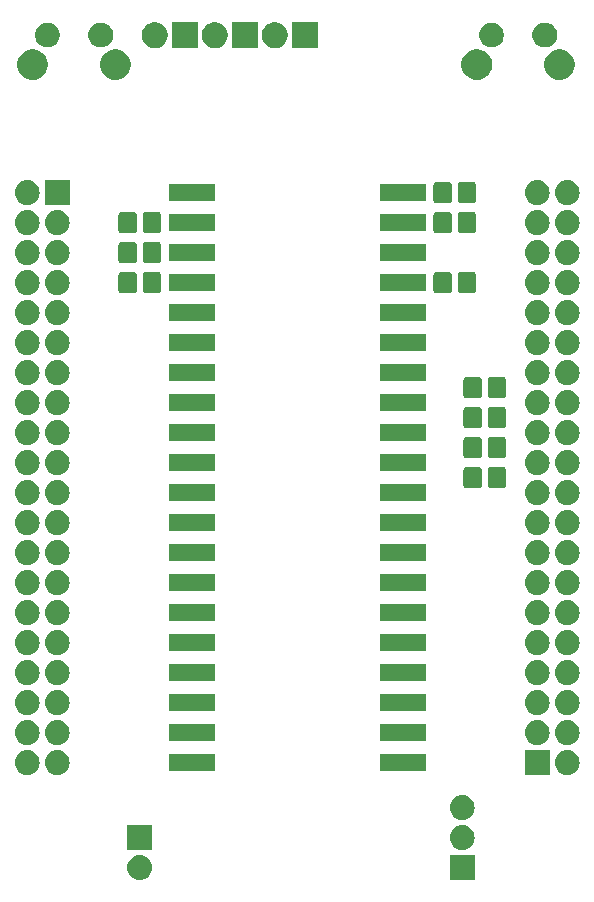
<source format=gbs>
G04 #@! TF.GenerationSoftware,KiCad,Pcbnew,5.1.4-e60b266~84~ubuntu18.04.1*
G04 #@! TF.CreationDate,2019-10-24T14:21:48+01:00*
G04 #@! TF.ProjectId,6809e_adapter,36383039-655f-4616-9461-707465722e6b,rev?*
G04 #@! TF.SameCoordinates,PX9fdfbc0PY791ddc0*
G04 #@! TF.FileFunction,Soldermask,Bot*
G04 #@! TF.FilePolarity,Negative*
%FSLAX46Y46*%
G04 Gerber Fmt 4.6, Leading zero omitted, Abs format (unit mm)*
G04 Created by KiCad (PCBNEW 5.1.4-e60b266~84~ubuntu18.04.1) date 2019-10-24 14:21:48*
%MOMM*%
%LPD*%
G04 APERTURE LIST*
%ADD10C,0.100000*%
G04 APERTURE END LIST*
D10*
X48748000Y71795000D02*
G75*
G03X48748000Y71795000I-1143000J0D01*
G01*
X42744000Y74295000D02*
G75*
G03X42744000Y74295000I-889000J0D01*
G01*
X47244000Y74295000D02*
G75*
G03X47244000Y74295000I-889000J0D01*
G01*
X41748000Y71795000D02*
G75*
G03X41748000Y71795000I-1143000J0D01*
G01*
X11147500Y71795000D02*
G75*
G03X11147500Y71795000I-1143000J0D01*
G01*
X5143500Y74295000D02*
G75*
G03X5143500Y74295000I-889000J0D01*
G01*
X9643500Y74295000D02*
G75*
G03X9643500Y74295000I-889000J0D01*
G01*
X4147500Y71795000D02*
G75*
G03X4147500Y71795000I-1143000J0D01*
G01*
G36*
X40420000Y2760000D02*
G01*
X38320000Y2760000D01*
X38320000Y4860000D01*
X40420000Y4860000D01*
X40420000Y2760000D01*
X40420000Y2760000D01*
G37*
G36*
X12193707Y4852404D02*
G01*
X12270836Y4844807D01*
X12468762Y4784767D01*
X12468765Y4784766D01*
X12651170Y4687268D01*
X12811055Y4556055D01*
X12942268Y4396170D01*
X13039766Y4213765D01*
X13039767Y4213762D01*
X13099807Y4015836D01*
X13120080Y3810000D01*
X13099807Y3604164D01*
X13039767Y3406238D01*
X13039766Y3406235D01*
X12942268Y3223830D01*
X12811055Y3063945D01*
X12651170Y2932732D01*
X12468765Y2835234D01*
X12468762Y2835233D01*
X12270836Y2775193D01*
X12193707Y2767596D01*
X12116580Y2760000D01*
X12013420Y2760000D01*
X11936293Y2767596D01*
X11859164Y2775193D01*
X11661238Y2835233D01*
X11661235Y2835234D01*
X11478830Y2932732D01*
X11318945Y3063945D01*
X11187732Y3223830D01*
X11090234Y3406235D01*
X11090233Y3406238D01*
X11030193Y3604164D01*
X11009920Y3810000D01*
X11030193Y4015836D01*
X11090233Y4213762D01*
X11090234Y4213765D01*
X11187732Y4396170D01*
X11318945Y4556055D01*
X11478830Y4687268D01*
X11661235Y4784766D01*
X11661238Y4784767D01*
X11859164Y4844807D01*
X11936293Y4852404D01*
X12013420Y4860000D01*
X12116580Y4860000D01*
X12193707Y4852404D01*
X12193707Y4852404D01*
G37*
G36*
X13115000Y5300000D02*
G01*
X11015000Y5300000D01*
X11015000Y7400000D01*
X13115000Y7400000D01*
X13115000Y5300000D01*
X13115000Y5300000D01*
G37*
G36*
X39498707Y7392404D02*
G01*
X39575836Y7384807D01*
X39773762Y7324767D01*
X39773765Y7324766D01*
X39956170Y7227268D01*
X40116055Y7096055D01*
X40247268Y6936170D01*
X40344766Y6753765D01*
X40344767Y6753762D01*
X40404807Y6555836D01*
X40425080Y6350000D01*
X40404807Y6144164D01*
X40344767Y5946238D01*
X40344766Y5946235D01*
X40247268Y5763830D01*
X40116055Y5603945D01*
X39956170Y5472732D01*
X39773765Y5375234D01*
X39773762Y5375233D01*
X39575836Y5315193D01*
X39498707Y5307596D01*
X39421580Y5300000D01*
X39318420Y5300000D01*
X39241293Y5307596D01*
X39164164Y5315193D01*
X38966238Y5375233D01*
X38966235Y5375234D01*
X38783830Y5472732D01*
X38623945Y5603945D01*
X38492732Y5763830D01*
X38395234Y5946235D01*
X38395233Y5946238D01*
X38335193Y6144164D01*
X38314920Y6350000D01*
X38335193Y6555836D01*
X38395233Y6753762D01*
X38395234Y6753765D01*
X38492732Y6936170D01*
X38623945Y7096055D01*
X38783830Y7227268D01*
X38966235Y7324766D01*
X38966238Y7324767D01*
X39164164Y7384807D01*
X39241293Y7392404D01*
X39318420Y7400000D01*
X39421580Y7400000D01*
X39498707Y7392404D01*
X39498707Y7392404D01*
G37*
G36*
X39498707Y9932404D02*
G01*
X39575836Y9924807D01*
X39773762Y9864767D01*
X39773765Y9864766D01*
X39956170Y9767268D01*
X40116055Y9636055D01*
X40247268Y9476170D01*
X40344766Y9293765D01*
X40344767Y9293762D01*
X40404807Y9095836D01*
X40425080Y8890000D01*
X40404807Y8684164D01*
X40344767Y8486238D01*
X40344766Y8486235D01*
X40247268Y8303830D01*
X40116055Y8143945D01*
X39956170Y8012732D01*
X39773765Y7915234D01*
X39773762Y7915233D01*
X39575836Y7855193D01*
X39498707Y7847597D01*
X39421580Y7840000D01*
X39318420Y7840000D01*
X39241293Y7847597D01*
X39164164Y7855193D01*
X38966238Y7915233D01*
X38966235Y7915234D01*
X38783830Y8012732D01*
X38623945Y8143945D01*
X38492732Y8303830D01*
X38395234Y8486235D01*
X38395233Y8486238D01*
X38335193Y8684164D01*
X38314920Y8890000D01*
X38335193Y9095836D01*
X38395233Y9293762D01*
X38395234Y9293765D01*
X38492732Y9476170D01*
X38623945Y9636055D01*
X38783830Y9767268D01*
X38966235Y9864766D01*
X38966238Y9864767D01*
X39164164Y9924807D01*
X39241293Y9932404D01*
X39318420Y9940000D01*
X39421580Y9940000D01*
X39498707Y9932404D01*
X39498707Y9932404D01*
G37*
G36*
X46770000Y11650000D02*
G01*
X44670000Y11650000D01*
X44670000Y13750000D01*
X46770000Y13750000D01*
X46770000Y11650000D01*
X46770000Y11650000D01*
G37*
G36*
X48388707Y13742404D02*
G01*
X48465836Y13734807D01*
X48663762Y13674767D01*
X48663765Y13674766D01*
X48846170Y13577268D01*
X49006055Y13446055D01*
X49137268Y13286170D01*
X49234766Y13103765D01*
X49234767Y13103762D01*
X49294807Y12905836D01*
X49315080Y12700000D01*
X49294807Y12494164D01*
X49234767Y12296238D01*
X49234766Y12296235D01*
X49137268Y12113830D01*
X49006055Y11953945D01*
X48846170Y11822732D01*
X48663765Y11725234D01*
X48663762Y11725233D01*
X48465836Y11665193D01*
X48388707Y11657597D01*
X48311580Y11650000D01*
X48208420Y11650000D01*
X48131293Y11657597D01*
X48054164Y11665193D01*
X47856238Y11725233D01*
X47856235Y11725234D01*
X47673830Y11822732D01*
X47513945Y11953945D01*
X47382732Y12113830D01*
X47285234Y12296235D01*
X47285233Y12296238D01*
X47225193Y12494164D01*
X47204920Y12700000D01*
X47225193Y12905836D01*
X47285233Y13103762D01*
X47285234Y13103765D01*
X47382732Y13286170D01*
X47513945Y13446055D01*
X47673830Y13577268D01*
X47856235Y13674766D01*
X47856238Y13674767D01*
X48054164Y13734807D01*
X48131293Y13742404D01*
X48208420Y13750000D01*
X48311580Y13750000D01*
X48388707Y13742404D01*
X48388707Y13742404D01*
G37*
G36*
X5208707Y13742404D02*
G01*
X5285836Y13734807D01*
X5483762Y13674767D01*
X5483765Y13674766D01*
X5666170Y13577268D01*
X5826055Y13446055D01*
X5957268Y13286170D01*
X6054766Y13103765D01*
X6054767Y13103762D01*
X6114807Y12905836D01*
X6135080Y12700000D01*
X6114807Y12494164D01*
X6054767Y12296238D01*
X6054766Y12296235D01*
X5957268Y12113830D01*
X5826055Y11953945D01*
X5666170Y11822732D01*
X5483765Y11725234D01*
X5483762Y11725233D01*
X5285836Y11665193D01*
X5208707Y11657597D01*
X5131580Y11650000D01*
X5028420Y11650000D01*
X4951293Y11657597D01*
X4874164Y11665193D01*
X4676238Y11725233D01*
X4676235Y11725234D01*
X4493830Y11822732D01*
X4333945Y11953945D01*
X4202732Y12113830D01*
X4105234Y12296235D01*
X4105233Y12296238D01*
X4045193Y12494164D01*
X4024920Y12700000D01*
X4045193Y12905836D01*
X4105233Y13103762D01*
X4105234Y13103765D01*
X4202732Y13286170D01*
X4333945Y13446055D01*
X4493830Y13577268D01*
X4676235Y13674766D01*
X4676238Y13674767D01*
X4874164Y13734807D01*
X4951293Y13742404D01*
X5028420Y13750000D01*
X5131580Y13750000D01*
X5208707Y13742404D01*
X5208707Y13742404D01*
G37*
G36*
X2668707Y13742404D02*
G01*
X2745836Y13734807D01*
X2943762Y13674767D01*
X2943765Y13674766D01*
X3126170Y13577268D01*
X3286055Y13446055D01*
X3417268Y13286170D01*
X3514766Y13103765D01*
X3514767Y13103762D01*
X3574807Y12905836D01*
X3595080Y12700000D01*
X3574807Y12494164D01*
X3514767Y12296238D01*
X3514766Y12296235D01*
X3417268Y12113830D01*
X3286055Y11953945D01*
X3126170Y11822732D01*
X2943765Y11725234D01*
X2943762Y11725233D01*
X2745836Y11665193D01*
X2668707Y11657597D01*
X2591580Y11650000D01*
X2488420Y11650000D01*
X2411293Y11657597D01*
X2334164Y11665193D01*
X2136238Y11725233D01*
X2136235Y11725234D01*
X1953830Y11822732D01*
X1793945Y11953945D01*
X1662732Y12113830D01*
X1565234Y12296235D01*
X1565233Y12296238D01*
X1505193Y12494164D01*
X1484920Y12700000D01*
X1505193Y12905836D01*
X1565233Y13103762D01*
X1565234Y13103765D01*
X1662732Y13286170D01*
X1793945Y13446055D01*
X1953830Y13577268D01*
X2136235Y13674766D01*
X2136238Y13674767D01*
X2334164Y13734807D01*
X2411293Y13742404D01*
X2488420Y13750000D01*
X2591580Y13750000D01*
X2668707Y13742404D01*
X2668707Y13742404D01*
G37*
G36*
X18430000Y12000000D02*
G01*
X14530000Y12000000D01*
X14530000Y13400000D01*
X18430000Y13400000D01*
X18430000Y12000000D01*
X18430000Y12000000D01*
G37*
G36*
X36270000Y12000000D02*
G01*
X32370000Y12000000D01*
X32370000Y13400000D01*
X36270000Y13400000D01*
X36270000Y12000000D01*
X36270000Y12000000D01*
G37*
G36*
X45848707Y16282404D02*
G01*
X45925836Y16274807D01*
X46123762Y16214767D01*
X46123765Y16214766D01*
X46306170Y16117268D01*
X46466055Y15986055D01*
X46597268Y15826170D01*
X46694766Y15643765D01*
X46694767Y15643762D01*
X46754807Y15445836D01*
X46775080Y15240000D01*
X46754807Y15034164D01*
X46694767Y14836238D01*
X46694766Y14836235D01*
X46597268Y14653830D01*
X46466055Y14493945D01*
X46306170Y14362732D01*
X46123765Y14265234D01*
X46123762Y14265233D01*
X45925836Y14205193D01*
X45848707Y14197597D01*
X45771580Y14190000D01*
X45668420Y14190000D01*
X45591293Y14197597D01*
X45514164Y14205193D01*
X45316238Y14265233D01*
X45316235Y14265234D01*
X45133830Y14362732D01*
X44973945Y14493945D01*
X44842732Y14653830D01*
X44745234Y14836235D01*
X44745233Y14836238D01*
X44685193Y15034164D01*
X44664920Y15240000D01*
X44685193Y15445836D01*
X44745233Y15643762D01*
X44745234Y15643765D01*
X44842732Y15826170D01*
X44973945Y15986055D01*
X45133830Y16117268D01*
X45316235Y16214766D01*
X45316238Y16214767D01*
X45514164Y16274807D01*
X45591293Y16282404D01*
X45668420Y16290000D01*
X45771580Y16290000D01*
X45848707Y16282404D01*
X45848707Y16282404D01*
G37*
G36*
X48388707Y16282404D02*
G01*
X48465836Y16274807D01*
X48663762Y16214767D01*
X48663765Y16214766D01*
X48846170Y16117268D01*
X49006055Y15986055D01*
X49137268Y15826170D01*
X49234766Y15643765D01*
X49234767Y15643762D01*
X49294807Y15445836D01*
X49315080Y15240000D01*
X49294807Y15034164D01*
X49234767Y14836238D01*
X49234766Y14836235D01*
X49137268Y14653830D01*
X49006055Y14493945D01*
X48846170Y14362732D01*
X48663765Y14265234D01*
X48663762Y14265233D01*
X48465836Y14205193D01*
X48388707Y14197597D01*
X48311580Y14190000D01*
X48208420Y14190000D01*
X48131293Y14197597D01*
X48054164Y14205193D01*
X47856238Y14265233D01*
X47856235Y14265234D01*
X47673830Y14362732D01*
X47513945Y14493945D01*
X47382732Y14653830D01*
X47285234Y14836235D01*
X47285233Y14836238D01*
X47225193Y15034164D01*
X47204920Y15240000D01*
X47225193Y15445836D01*
X47285233Y15643762D01*
X47285234Y15643765D01*
X47382732Y15826170D01*
X47513945Y15986055D01*
X47673830Y16117268D01*
X47856235Y16214766D01*
X47856238Y16214767D01*
X48054164Y16274807D01*
X48131293Y16282404D01*
X48208420Y16290000D01*
X48311580Y16290000D01*
X48388707Y16282404D01*
X48388707Y16282404D01*
G37*
G36*
X5208707Y16282404D02*
G01*
X5285836Y16274807D01*
X5483762Y16214767D01*
X5483765Y16214766D01*
X5666170Y16117268D01*
X5826055Y15986055D01*
X5957268Y15826170D01*
X6054766Y15643765D01*
X6054767Y15643762D01*
X6114807Y15445836D01*
X6135080Y15240000D01*
X6114807Y15034164D01*
X6054767Y14836238D01*
X6054766Y14836235D01*
X5957268Y14653830D01*
X5826055Y14493945D01*
X5666170Y14362732D01*
X5483765Y14265234D01*
X5483762Y14265233D01*
X5285836Y14205193D01*
X5208707Y14197597D01*
X5131580Y14190000D01*
X5028420Y14190000D01*
X4951293Y14197597D01*
X4874164Y14205193D01*
X4676238Y14265233D01*
X4676235Y14265234D01*
X4493830Y14362732D01*
X4333945Y14493945D01*
X4202732Y14653830D01*
X4105234Y14836235D01*
X4105233Y14836238D01*
X4045193Y15034164D01*
X4024920Y15240000D01*
X4045193Y15445836D01*
X4105233Y15643762D01*
X4105234Y15643765D01*
X4202732Y15826170D01*
X4333945Y15986055D01*
X4493830Y16117268D01*
X4676235Y16214766D01*
X4676238Y16214767D01*
X4874164Y16274807D01*
X4951293Y16282404D01*
X5028420Y16290000D01*
X5131580Y16290000D01*
X5208707Y16282404D01*
X5208707Y16282404D01*
G37*
G36*
X2668707Y16282404D02*
G01*
X2745836Y16274807D01*
X2943762Y16214767D01*
X2943765Y16214766D01*
X3126170Y16117268D01*
X3286055Y15986055D01*
X3417268Y15826170D01*
X3514766Y15643765D01*
X3514767Y15643762D01*
X3574807Y15445836D01*
X3595080Y15240000D01*
X3574807Y15034164D01*
X3514767Y14836238D01*
X3514766Y14836235D01*
X3417268Y14653830D01*
X3286055Y14493945D01*
X3126170Y14362732D01*
X2943765Y14265234D01*
X2943762Y14265233D01*
X2745836Y14205193D01*
X2668707Y14197597D01*
X2591580Y14190000D01*
X2488420Y14190000D01*
X2411293Y14197597D01*
X2334164Y14205193D01*
X2136238Y14265233D01*
X2136235Y14265234D01*
X1953830Y14362732D01*
X1793945Y14493945D01*
X1662732Y14653830D01*
X1565234Y14836235D01*
X1565233Y14836238D01*
X1505193Y15034164D01*
X1484920Y15240000D01*
X1505193Y15445836D01*
X1565233Y15643762D01*
X1565234Y15643765D01*
X1662732Y15826170D01*
X1793945Y15986055D01*
X1953830Y16117268D01*
X2136235Y16214766D01*
X2136238Y16214767D01*
X2334164Y16274807D01*
X2411293Y16282404D01*
X2488420Y16290000D01*
X2591580Y16290000D01*
X2668707Y16282404D01*
X2668707Y16282404D01*
G37*
G36*
X18430000Y14540000D02*
G01*
X14530000Y14540000D01*
X14530000Y15940000D01*
X18430000Y15940000D01*
X18430000Y14540000D01*
X18430000Y14540000D01*
G37*
G36*
X36270000Y14540000D02*
G01*
X32370000Y14540000D01*
X32370000Y15940000D01*
X36270000Y15940000D01*
X36270000Y14540000D01*
X36270000Y14540000D01*
G37*
G36*
X48388707Y18822403D02*
G01*
X48465836Y18814807D01*
X48663762Y18754767D01*
X48663765Y18754766D01*
X48846170Y18657268D01*
X49006055Y18526055D01*
X49137268Y18366170D01*
X49234766Y18183765D01*
X49234767Y18183762D01*
X49294807Y17985836D01*
X49315080Y17780000D01*
X49294807Y17574164D01*
X49234767Y17376238D01*
X49234766Y17376235D01*
X49137268Y17193830D01*
X49006055Y17033945D01*
X48846170Y16902732D01*
X48663765Y16805234D01*
X48663762Y16805233D01*
X48465836Y16745193D01*
X48388707Y16737596D01*
X48311580Y16730000D01*
X48208420Y16730000D01*
X48131293Y16737596D01*
X48054164Y16745193D01*
X47856238Y16805233D01*
X47856235Y16805234D01*
X47673830Y16902732D01*
X47513945Y17033945D01*
X47382732Y17193830D01*
X47285234Y17376235D01*
X47285233Y17376238D01*
X47225193Y17574164D01*
X47204920Y17780000D01*
X47225193Y17985836D01*
X47285233Y18183762D01*
X47285234Y18183765D01*
X47382732Y18366170D01*
X47513945Y18526055D01*
X47673830Y18657268D01*
X47856235Y18754766D01*
X47856238Y18754767D01*
X48054164Y18814807D01*
X48131293Y18822403D01*
X48208420Y18830000D01*
X48311580Y18830000D01*
X48388707Y18822403D01*
X48388707Y18822403D01*
G37*
G36*
X45848707Y18822403D02*
G01*
X45925836Y18814807D01*
X46123762Y18754767D01*
X46123765Y18754766D01*
X46306170Y18657268D01*
X46466055Y18526055D01*
X46597268Y18366170D01*
X46694766Y18183765D01*
X46694767Y18183762D01*
X46754807Y17985836D01*
X46775080Y17780000D01*
X46754807Y17574164D01*
X46694767Y17376238D01*
X46694766Y17376235D01*
X46597268Y17193830D01*
X46466055Y17033945D01*
X46306170Y16902732D01*
X46123765Y16805234D01*
X46123762Y16805233D01*
X45925836Y16745193D01*
X45848707Y16737596D01*
X45771580Y16730000D01*
X45668420Y16730000D01*
X45591293Y16737596D01*
X45514164Y16745193D01*
X45316238Y16805233D01*
X45316235Y16805234D01*
X45133830Y16902732D01*
X44973945Y17033945D01*
X44842732Y17193830D01*
X44745234Y17376235D01*
X44745233Y17376238D01*
X44685193Y17574164D01*
X44664920Y17780000D01*
X44685193Y17985836D01*
X44745233Y18183762D01*
X44745234Y18183765D01*
X44842732Y18366170D01*
X44973945Y18526055D01*
X45133830Y18657268D01*
X45316235Y18754766D01*
X45316238Y18754767D01*
X45514164Y18814807D01*
X45591293Y18822403D01*
X45668420Y18830000D01*
X45771580Y18830000D01*
X45848707Y18822403D01*
X45848707Y18822403D01*
G37*
G36*
X5208707Y18822403D02*
G01*
X5285836Y18814807D01*
X5483762Y18754767D01*
X5483765Y18754766D01*
X5666170Y18657268D01*
X5826055Y18526055D01*
X5957268Y18366170D01*
X6054766Y18183765D01*
X6054767Y18183762D01*
X6114807Y17985836D01*
X6135080Y17780000D01*
X6114807Y17574164D01*
X6054767Y17376238D01*
X6054766Y17376235D01*
X5957268Y17193830D01*
X5826055Y17033945D01*
X5666170Y16902732D01*
X5483765Y16805234D01*
X5483762Y16805233D01*
X5285836Y16745193D01*
X5208707Y16737596D01*
X5131580Y16730000D01*
X5028420Y16730000D01*
X4951293Y16737596D01*
X4874164Y16745193D01*
X4676238Y16805233D01*
X4676235Y16805234D01*
X4493830Y16902732D01*
X4333945Y17033945D01*
X4202732Y17193830D01*
X4105234Y17376235D01*
X4105233Y17376238D01*
X4045193Y17574164D01*
X4024920Y17780000D01*
X4045193Y17985836D01*
X4105233Y18183762D01*
X4105234Y18183765D01*
X4202732Y18366170D01*
X4333945Y18526055D01*
X4493830Y18657268D01*
X4676235Y18754766D01*
X4676238Y18754767D01*
X4874164Y18814807D01*
X4951293Y18822403D01*
X5028420Y18830000D01*
X5131580Y18830000D01*
X5208707Y18822403D01*
X5208707Y18822403D01*
G37*
G36*
X2668707Y18822403D02*
G01*
X2745836Y18814807D01*
X2943762Y18754767D01*
X2943765Y18754766D01*
X3126170Y18657268D01*
X3286055Y18526055D01*
X3417268Y18366170D01*
X3514766Y18183765D01*
X3514767Y18183762D01*
X3574807Y17985836D01*
X3595080Y17780000D01*
X3574807Y17574164D01*
X3514767Y17376238D01*
X3514766Y17376235D01*
X3417268Y17193830D01*
X3286055Y17033945D01*
X3126170Y16902732D01*
X2943765Y16805234D01*
X2943762Y16805233D01*
X2745836Y16745193D01*
X2668707Y16737596D01*
X2591580Y16730000D01*
X2488420Y16730000D01*
X2411293Y16737596D01*
X2334164Y16745193D01*
X2136238Y16805233D01*
X2136235Y16805234D01*
X1953830Y16902732D01*
X1793945Y17033945D01*
X1662732Y17193830D01*
X1565234Y17376235D01*
X1565233Y17376238D01*
X1505193Y17574164D01*
X1484920Y17780000D01*
X1505193Y17985836D01*
X1565233Y18183762D01*
X1565234Y18183765D01*
X1662732Y18366170D01*
X1793945Y18526055D01*
X1953830Y18657268D01*
X2136235Y18754766D01*
X2136238Y18754767D01*
X2334164Y18814807D01*
X2411293Y18822403D01*
X2488420Y18830000D01*
X2591580Y18830000D01*
X2668707Y18822403D01*
X2668707Y18822403D01*
G37*
G36*
X18430000Y17080000D02*
G01*
X14530000Y17080000D01*
X14530000Y18480000D01*
X18430000Y18480000D01*
X18430000Y17080000D01*
X18430000Y17080000D01*
G37*
G36*
X36270000Y17080000D02*
G01*
X32370000Y17080000D01*
X32370000Y18480000D01*
X36270000Y18480000D01*
X36270000Y17080000D01*
X36270000Y17080000D01*
G37*
G36*
X2668707Y21362404D02*
G01*
X2745836Y21354807D01*
X2943762Y21294767D01*
X2943765Y21294766D01*
X3126170Y21197268D01*
X3286055Y21066055D01*
X3417268Y20906170D01*
X3514766Y20723765D01*
X3514767Y20723762D01*
X3574807Y20525836D01*
X3595080Y20320000D01*
X3574807Y20114164D01*
X3514767Y19916238D01*
X3514766Y19916235D01*
X3417268Y19733830D01*
X3286055Y19573945D01*
X3126170Y19442732D01*
X2943765Y19345234D01*
X2943762Y19345233D01*
X2745836Y19285193D01*
X2668707Y19277596D01*
X2591580Y19270000D01*
X2488420Y19270000D01*
X2411293Y19277596D01*
X2334164Y19285193D01*
X2136238Y19345233D01*
X2136235Y19345234D01*
X1953830Y19442732D01*
X1793945Y19573945D01*
X1662732Y19733830D01*
X1565234Y19916235D01*
X1565233Y19916238D01*
X1505193Y20114164D01*
X1484920Y20320000D01*
X1505193Y20525836D01*
X1565233Y20723762D01*
X1565234Y20723765D01*
X1662732Y20906170D01*
X1793945Y21066055D01*
X1953830Y21197268D01*
X2136235Y21294766D01*
X2136238Y21294767D01*
X2334164Y21354807D01*
X2411293Y21362404D01*
X2488420Y21370000D01*
X2591580Y21370000D01*
X2668707Y21362404D01*
X2668707Y21362404D01*
G37*
G36*
X45848707Y21362404D02*
G01*
X45925836Y21354807D01*
X46123762Y21294767D01*
X46123765Y21294766D01*
X46306170Y21197268D01*
X46466055Y21066055D01*
X46597268Y20906170D01*
X46694766Y20723765D01*
X46694767Y20723762D01*
X46754807Y20525836D01*
X46775080Y20320000D01*
X46754807Y20114164D01*
X46694767Y19916238D01*
X46694766Y19916235D01*
X46597268Y19733830D01*
X46466055Y19573945D01*
X46306170Y19442732D01*
X46123765Y19345234D01*
X46123762Y19345233D01*
X45925836Y19285193D01*
X45848707Y19277596D01*
X45771580Y19270000D01*
X45668420Y19270000D01*
X45591293Y19277596D01*
X45514164Y19285193D01*
X45316238Y19345233D01*
X45316235Y19345234D01*
X45133830Y19442732D01*
X44973945Y19573945D01*
X44842732Y19733830D01*
X44745234Y19916235D01*
X44745233Y19916238D01*
X44685193Y20114164D01*
X44664920Y20320000D01*
X44685193Y20525836D01*
X44745233Y20723762D01*
X44745234Y20723765D01*
X44842732Y20906170D01*
X44973945Y21066055D01*
X45133830Y21197268D01*
X45316235Y21294766D01*
X45316238Y21294767D01*
X45514164Y21354807D01*
X45591293Y21362404D01*
X45668420Y21370000D01*
X45771580Y21370000D01*
X45848707Y21362404D01*
X45848707Y21362404D01*
G37*
G36*
X48388707Y21362404D02*
G01*
X48465836Y21354807D01*
X48663762Y21294767D01*
X48663765Y21294766D01*
X48846170Y21197268D01*
X49006055Y21066055D01*
X49137268Y20906170D01*
X49234766Y20723765D01*
X49234767Y20723762D01*
X49294807Y20525836D01*
X49315080Y20320000D01*
X49294807Y20114164D01*
X49234767Y19916238D01*
X49234766Y19916235D01*
X49137268Y19733830D01*
X49006055Y19573945D01*
X48846170Y19442732D01*
X48663765Y19345234D01*
X48663762Y19345233D01*
X48465836Y19285193D01*
X48388707Y19277596D01*
X48311580Y19270000D01*
X48208420Y19270000D01*
X48131293Y19277596D01*
X48054164Y19285193D01*
X47856238Y19345233D01*
X47856235Y19345234D01*
X47673830Y19442732D01*
X47513945Y19573945D01*
X47382732Y19733830D01*
X47285234Y19916235D01*
X47285233Y19916238D01*
X47225193Y20114164D01*
X47204920Y20320000D01*
X47225193Y20525836D01*
X47285233Y20723762D01*
X47285234Y20723765D01*
X47382732Y20906170D01*
X47513945Y21066055D01*
X47673830Y21197268D01*
X47856235Y21294766D01*
X47856238Y21294767D01*
X48054164Y21354807D01*
X48131293Y21362404D01*
X48208420Y21370000D01*
X48311580Y21370000D01*
X48388707Y21362404D01*
X48388707Y21362404D01*
G37*
G36*
X5208707Y21362404D02*
G01*
X5285836Y21354807D01*
X5483762Y21294767D01*
X5483765Y21294766D01*
X5666170Y21197268D01*
X5826055Y21066055D01*
X5957268Y20906170D01*
X6054766Y20723765D01*
X6054767Y20723762D01*
X6114807Y20525836D01*
X6135080Y20320000D01*
X6114807Y20114164D01*
X6054767Y19916238D01*
X6054766Y19916235D01*
X5957268Y19733830D01*
X5826055Y19573945D01*
X5666170Y19442732D01*
X5483765Y19345234D01*
X5483762Y19345233D01*
X5285836Y19285193D01*
X5208707Y19277596D01*
X5131580Y19270000D01*
X5028420Y19270000D01*
X4951293Y19277596D01*
X4874164Y19285193D01*
X4676238Y19345233D01*
X4676235Y19345234D01*
X4493830Y19442732D01*
X4333945Y19573945D01*
X4202732Y19733830D01*
X4105234Y19916235D01*
X4105233Y19916238D01*
X4045193Y20114164D01*
X4024920Y20320000D01*
X4045193Y20525836D01*
X4105233Y20723762D01*
X4105234Y20723765D01*
X4202732Y20906170D01*
X4333945Y21066055D01*
X4493830Y21197268D01*
X4676235Y21294766D01*
X4676238Y21294767D01*
X4874164Y21354807D01*
X4951293Y21362404D01*
X5028420Y21370000D01*
X5131580Y21370000D01*
X5208707Y21362404D01*
X5208707Y21362404D01*
G37*
G36*
X36270000Y19620000D02*
G01*
X32370000Y19620000D01*
X32370000Y21020000D01*
X36270000Y21020000D01*
X36270000Y19620000D01*
X36270000Y19620000D01*
G37*
G36*
X18430000Y19620000D02*
G01*
X14530000Y19620000D01*
X14530000Y21020000D01*
X18430000Y21020000D01*
X18430000Y19620000D01*
X18430000Y19620000D01*
G37*
G36*
X2668707Y23902404D02*
G01*
X2745836Y23894807D01*
X2943762Y23834767D01*
X2943765Y23834766D01*
X3126170Y23737268D01*
X3286055Y23606055D01*
X3417268Y23446170D01*
X3514766Y23263765D01*
X3514767Y23263762D01*
X3574807Y23065836D01*
X3595080Y22860000D01*
X3574807Y22654164D01*
X3514767Y22456238D01*
X3514766Y22456235D01*
X3417268Y22273830D01*
X3286055Y22113945D01*
X3126170Y21982732D01*
X2943765Y21885234D01*
X2943762Y21885233D01*
X2745836Y21825193D01*
X2668707Y21817597D01*
X2591580Y21810000D01*
X2488420Y21810000D01*
X2411293Y21817596D01*
X2334164Y21825193D01*
X2136238Y21885233D01*
X2136235Y21885234D01*
X1953830Y21982732D01*
X1793945Y22113945D01*
X1662732Y22273830D01*
X1565234Y22456235D01*
X1565233Y22456238D01*
X1505193Y22654164D01*
X1484920Y22860000D01*
X1505193Y23065836D01*
X1565233Y23263762D01*
X1565234Y23263765D01*
X1662732Y23446170D01*
X1793945Y23606055D01*
X1953830Y23737268D01*
X2136235Y23834766D01*
X2136238Y23834767D01*
X2334164Y23894807D01*
X2411293Y23902404D01*
X2488420Y23910000D01*
X2591580Y23910000D01*
X2668707Y23902404D01*
X2668707Y23902404D01*
G37*
G36*
X5208707Y23902404D02*
G01*
X5285836Y23894807D01*
X5483762Y23834767D01*
X5483765Y23834766D01*
X5666170Y23737268D01*
X5826055Y23606055D01*
X5957268Y23446170D01*
X6054766Y23263765D01*
X6054767Y23263762D01*
X6114807Y23065836D01*
X6135080Y22860000D01*
X6114807Y22654164D01*
X6054767Y22456238D01*
X6054766Y22456235D01*
X5957268Y22273830D01*
X5826055Y22113945D01*
X5666170Y21982732D01*
X5483765Y21885234D01*
X5483762Y21885233D01*
X5285836Y21825193D01*
X5208707Y21817597D01*
X5131580Y21810000D01*
X5028420Y21810000D01*
X4951293Y21817596D01*
X4874164Y21825193D01*
X4676238Y21885233D01*
X4676235Y21885234D01*
X4493830Y21982732D01*
X4333945Y22113945D01*
X4202732Y22273830D01*
X4105234Y22456235D01*
X4105233Y22456238D01*
X4045193Y22654164D01*
X4024920Y22860000D01*
X4045193Y23065836D01*
X4105233Y23263762D01*
X4105234Y23263765D01*
X4202732Y23446170D01*
X4333945Y23606055D01*
X4493830Y23737268D01*
X4676235Y23834766D01*
X4676238Y23834767D01*
X4874164Y23894807D01*
X4951293Y23902404D01*
X5028420Y23910000D01*
X5131580Y23910000D01*
X5208707Y23902404D01*
X5208707Y23902404D01*
G37*
G36*
X48388707Y23902404D02*
G01*
X48465836Y23894807D01*
X48663762Y23834767D01*
X48663765Y23834766D01*
X48846170Y23737268D01*
X49006055Y23606055D01*
X49137268Y23446170D01*
X49234766Y23263765D01*
X49234767Y23263762D01*
X49294807Y23065836D01*
X49315080Y22860000D01*
X49294807Y22654164D01*
X49234767Y22456238D01*
X49234766Y22456235D01*
X49137268Y22273830D01*
X49006055Y22113945D01*
X48846170Y21982732D01*
X48663765Y21885234D01*
X48663762Y21885233D01*
X48465836Y21825193D01*
X48388707Y21817597D01*
X48311580Y21810000D01*
X48208420Y21810000D01*
X48131293Y21817596D01*
X48054164Y21825193D01*
X47856238Y21885233D01*
X47856235Y21885234D01*
X47673830Y21982732D01*
X47513945Y22113945D01*
X47382732Y22273830D01*
X47285234Y22456235D01*
X47285233Y22456238D01*
X47225193Y22654164D01*
X47204920Y22860000D01*
X47225193Y23065836D01*
X47285233Y23263762D01*
X47285234Y23263765D01*
X47382732Y23446170D01*
X47513945Y23606055D01*
X47673830Y23737268D01*
X47856235Y23834766D01*
X47856238Y23834767D01*
X48054164Y23894807D01*
X48131293Y23902404D01*
X48208420Y23910000D01*
X48311580Y23910000D01*
X48388707Y23902404D01*
X48388707Y23902404D01*
G37*
G36*
X45848707Y23902404D02*
G01*
X45925836Y23894807D01*
X46123762Y23834767D01*
X46123765Y23834766D01*
X46306170Y23737268D01*
X46466055Y23606055D01*
X46597268Y23446170D01*
X46694766Y23263765D01*
X46694767Y23263762D01*
X46754807Y23065836D01*
X46775080Y22860000D01*
X46754807Y22654164D01*
X46694767Y22456238D01*
X46694766Y22456235D01*
X46597268Y22273830D01*
X46466055Y22113945D01*
X46306170Y21982732D01*
X46123765Y21885234D01*
X46123762Y21885233D01*
X45925836Y21825193D01*
X45848707Y21817597D01*
X45771580Y21810000D01*
X45668420Y21810000D01*
X45591293Y21817596D01*
X45514164Y21825193D01*
X45316238Y21885233D01*
X45316235Y21885234D01*
X45133830Y21982732D01*
X44973945Y22113945D01*
X44842732Y22273830D01*
X44745234Y22456235D01*
X44745233Y22456238D01*
X44685193Y22654164D01*
X44664920Y22860000D01*
X44685193Y23065836D01*
X44745233Y23263762D01*
X44745234Y23263765D01*
X44842732Y23446170D01*
X44973945Y23606055D01*
X45133830Y23737268D01*
X45316235Y23834766D01*
X45316238Y23834767D01*
X45514164Y23894807D01*
X45591293Y23902404D01*
X45668420Y23910000D01*
X45771580Y23910000D01*
X45848707Y23902404D01*
X45848707Y23902404D01*
G37*
G36*
X18430000Y22160000D02*
G01*
X14530000Y22160000D01*
X14530000Y23560000D01*
X18430000Y23560000D01*
X18430000Y22160000D01*
X18430000Y22160000D01*
G37*
G36*
X36270000Y22160000D02*
G01*
X32370000Y22160000D01*
X32370000Y23560000D01*
X36270000Y23560000D01*
X36270000Y22160000D01*
X36270000Y22160000D01*
G37*
G36*
X48388707Y26442403D02*
G01*
X48465836Y26434807D01*
X48663762Y26374767D01*
X48663765Y26374766D01*
X48846170Y26277268D01*
X49006055Y26146055D01*
X49137268Y25986170D01*
X49234766Y25803765D01*
X49234767Y25803762D01*
X49294807Y25605836D01*
X49315080Y25400000D01*
X49294807Y25194164D01*
X49234767Y24996238D01*
X49234766Y24996235D01*
X49137268Y24813830D01*
X49006055Y24653945D01*
X48846170Y24522732D01*
X48663765Y24425234D01*
X48663762Y24425233D01*
X48465836Y24365193D01*
X48388707Y24357596D01*
X48311580Y24350000D01*
X48208420Y24350000D01*
X48131293Y24357596D01*
X48054164Y24365193D01*
X47856238Y24425233D01*
X47856235Y24425234D01*
X47673830Y24522732D01*
X47513945Y24653945D01*
X47382732Y24813830D01*
X47285234Y24996235D01*
X47285233Y24996238D01*
X47225193Y25194164D01*
X47204920Y25400000D01*
X47225193Y25605836D01*
X47285233Y25803762D01*
X47285234Y25803765D01*
X47382732Y25986170D01*
X47513945Y26146055D01*
X47673830Y26277268D01*
X47856235Y26374766D01*
X47856238Y26374767D01*
X48054164Y26434807D01*
X48131293Y26442403D01*
X48208420Y26450000D01*
X48311580Y26450000D01*
X48388707Y26442403D01*
X48388707Y26442403D01*
G37*
G36*
X45848707Y26442403D02*
G01*
X45925836Y26434807D01*
X46123762Y26374767D01*
X46123765Y26374766D01*
X46306170Y26277268D01*
X46466055Y26146055D01*
X46597268Y25986170D01*
X46694766Y25803765D01*
X46694767Y25803762D01*
X46754807Y25605836D01*
X46775080Y25400000D01*
X46754807Y25194164D01*
X46694767Y24996238D01*
X46694766Y24996235D01*
X46597268Y24813830D01*
X46466055Y24653945D01*
X46306170Y24522732D01*
X46123765Y24425234D01*
X46123762Y24425233D01*
X45925836Y24365193D01*
X45848707Y24357596D01*
X45771580Y24350000D01*
X45668420Y24350000D01*
X45591293Y24357596D01*
X45514164Y24365193D01*
X45316238Y24425233D01*
X45316235Y24425234D01*
X45133830Y24522732D01*
X44973945Y24653945D01*
X44842732Y24813830D01*
X44745234Y24996235D01*
X44745233Y24996238D01*
X44685193Y25194164D01*
X44664920Y25400000D01*
X44685193Y25605836D01*
X44745233Y25803762D01*
X44745234Y25803765D01*
X44842732Y25986170D01*
X44973945Y26146055D01*
X45133830Y26277268D01*
X45316235Y26374766D01*
X45316238Y26374767D01*
X45514164Y26434807D01*
X45591293Y26442403D01*
X45668420Y26450000D01*
X45771580Y26450000D01*
X45848707Y26442403D01*
X45848707Y26442403D01*
G37*
G36*
X5208707Y26442403D02*
G01*
X5285836Y26434807D01*
X5483762Y26374767D01*
X5483765Y26374766D01*
X5666170Y26277268D01*
X5826055Y26146055D01*
X5957268Y25986170D01*
X6054766Y25803765D01*
X6054767Y25803762D01*
X6114807Y25605836D01*
X6135080Y25400000D01*
X6114807Y25194164D01*
X6054767Y24996238D01*
X6054766Y24996235D01*
X5957268Y24813830D01*
X5826055Y24653945D01*
X5666170Y24522732D01*
X5483765Y24425234D01*
X5483762Y24425233D01*
X5285836Y24365193D01*
X5208707Y24357596D01*
X5131580Y24350000D01*
X5028420Y24350000D01*
X4951293Y24357596D01*
X4874164Y24365193D01*
X4676238Y24425233D01*
X4676235Y24425234D01*
X4493830Y24522732D01*
X4333945Y24653945D01*
X4202732Y24813830D01*
X4105234Y24996235D01*
X4105233Y24996238D01*
X4045193Y25194164D01*
X4024920Y25400000D01*
X4045193Y25605836D01*
X4105233Y25803762D01*
X4105234Y25803765D01*
X4202732Y25986170D01*
X4333945Y26146055D01*
X4493830Y26277268D01*
X4676235Y26374766D01*
X4676238Y26374767D01*
X4874164Y26434807D01*
X4951293Y26442403D01*
X5028420Y26450000D01*
X5131580Y26450000D01*
X5208707Y26442403D01*
X5208707Y26442403D01*
G37*
G36*
X2668707Y26442403D02*
G01*
X2745836Y26434807D01*
X2943762Y26374767D01*
X2943765Y26374766D01*
X3126170Y26277268D01*
X3286055Y26146055D01*
X3417268Y25986170D01*
X3514766Y25803765D01*
X3514767Y25803762D01*
X3574807Y25605836D01*
X3595080Y25400000D01*
X3574807Y25194164D01*
X3514767Y24996238D01*
X3514766Y24996235D01*
X3417268Y24813830D01*
X3286055Y24653945D01*
X3126170Y24522732D01*
X2943765Y24425234D01*
X2943762Y24425233D01*
X2745836Y24365193D01*
X2668707Y24357596D01*
X2591580Y24350000D01*
X2488420Y24350000D01*
X2411293Y24357596D01*
X2334164Y24365193D01*
X2136238Y24425233D01*
X2136235Y24425234D01*
X1953830Y24522732D01*
X1793945Y24653945D01*
X1662732Y24813830D01*
X1565234Y24996235D01*
X1565233Y24996238D01*
X1505193Y25194164D01*
X1484920Y25400000D01*
X1505193Y25605836D01*
X1565233Y25803762D01*
X1565234Y25803765D01*
X1662732Y25986170D01*
X1793945Y26146055D01*
X1953830Y26277268D01*
X2136235Y26374766D01*
X2136238Y26374767D01*
X2334164Y26434807D01*
X2411293Y26442403D01*
X2488420Y26450000D01*
X2591580Y26450000D01*
X2668707Y26442403D01*
X2668707Y26442403D01*
G37*
G36*
X36270000Y24700000D02*
G01*
X32370000Y24700000D01*
X32370000Y26100000D01*
X36270000Y26100000D01*
X36270000Y24700000D01*
X36270000Y24700000D01*
G37*
G36*
X18430000Y24700000D02*
G01*
X14530000Y24700000D01*
X14530000Y26100000D01*
X18430000Y26100000D01*
X18430000Y24700000D01*
X18430000Y24700000D01*
G37*
G36*
X2668707Y28982404D02*
G01*
X2745836Y28974807D01*
X2943762Y28914767D01*
X2943765Y28914766D01*
X3126170Y28817268D01*
X3286055Y28686055D01*
X3417268Y28526170D01*
X3514766Y28343765D01*
X3514767Y28343762D01*
X3574807Y28145836D01*
X3595080Y27940000D01*
X3574807Y27734164D01*
X3514767Y27536238D01*
X3514766Y27536235D01*
X3417268Y27353830D01*
X3286055Y27193945D01*
X3126170Y27062732D01*
X2943765Y26965234D01*
X2943762Y26965233D01*
X2745836Y26905193D01*
X2668707Y26897597D01*
X2591580Y26890000D01*
X2488420Y26890000D01*
X2411293Y26897597D01*
X2334164Y26905193D01*
X2136238Y26965233D01*
X2136235Y26965234D01*
X1953830Y27062732D01*
X1793945Y27193945D01*
X1662732Y27353830D01*
X1565234Y27536235D01*
X1565233Y27536238D01*
X1505193Y27734164D01*
X1484920Y27940000D01*
X1505193Y28145836D01*
X1565233Y28343762D01*
X1565234Y28343765D01*
X1662732Y28526170D01*
X1793945Y28686055D01*
X1953830Y28817268D01*
X2136235Y28914766D01*
X2136238Y28914767D01*
X2334164Y28974807D01*
X2411293Y28982404D01*
X2488420Y28990000D01*
X2591580Y28990000D01*
X2668707Y28982404D01*
X2668707Y28982404D01*
G37*
G36*
X45848707Y28982404D02*
G01*
X45925836Y28974807D01*
X46123762Y28914767D01*
X46123765Y28914766D01*
X46306170Y28817268D01*
X46466055Y28686055D01*
X46597268Y28526170D01*
X46694766Y28343765D01*
X46694767Y28343762D01*
X46754807Y28145836D01*
X46775080Y27940000D01*
X46754807Y27734164D01*
X46694767Y27536238D01*
X46694766Y27536235D01*
X46597268Y27353830D01*
X46466055Y27193945D01*
X46306170Y27062732D01*
X46123765Y26965234D01*
X46123762Y26965233D01*
X45925836Y26905193D01*
X45848707Y26897597D01*
X45771580Y26890000D01*
X45668420Y26890000D01*
X45591293Y26897597D01*
X45514164Y26905193D01*
X45316238Y26965233D01*
X45316235Y26965234D01*
X45133830Y27062732D01*
X44973945Y27193945D01*
X44842732Y27353830D01*
X44745234Y27536235D01*
X44745233Y27536238D01*
X44685193Y27734164D01*
X44664920Y27940000D01*
X44685193Y28145836D01*
X44745233Y28343762D01*
X44745234Y28343765D01*
X44842732Y28526170D01*
X44973945Y28686055D01*
X45133830Y28817268D01*
X45316235Y28914766D01*
X45316238Y28914767D01*
X45514164Y28974807D01*
X45591293Y28982404D01*
X45668420Y28990000D01*
X45771580Y28990000D01*
X45848707Y28982404D01*
X45848707Y28982404D01*
G37*
G36*
X5208707Y28982404D02*
G01*
X5285836Y28974807D01*
X5483762Y28914767D01*
X5483765Y28914766D01*
X5666170Y28817268D01*
X5826055Y28686055D01*
X5957268Y28526170D01*
X6054766Y28343765D01*
X6054767Y28343762D01*
X6114807Y28145836D01*
X6135080Y27940000D01*
X6114807Y27734164D01*
X6054767Y27536238D01*
X6054766Y27536235D01*
X5957268Y27353830D01*
X5826055Y27193945D01*
X5666170Y27062732D01*
X5483765Y26965234D01*
X5483762Y26965233D01*
X5285836Y26905193D01*
X5208707Y26897597D01*
X5131580Y26890000D01*
X5028420Y26890000D01*
X4951293Y26897597D01*
X4874164Y26905193D01*
X4676238Y26965233D01*
X4676235Y26965234D01*
X4493830Y27062732D01*
X4333945Y27193945D01*
X4202732Y27353830D01*
X4105234Y27536235D01*
X4105233Y27536238D01*
X4045193Y27734164D01*
X4024920Y27940000D01*
X4045193Y28145836D01*
X4105233Y28343762D01*
X4105234Y28343765D01*
X4202732Y28526170D01*
X4333945Y28686055D01*
X4493830Y28817268D01*
X4676235Y28914766D01*
X4676238Y28914767D01*
X4874164Y28974807D01*
X4951293Y28982404D01*
X5028420Y28990000D01*
X5131580Y28990000D01*
X5208707Y28982404D01*
X5208707Y28982404D01*
G37*
G36*
X48388707Y28982404D02*
G01*
X48465836Y28974807D01*
X48663762Y28914767D01*
X48663765Y28914766D01*
X48846170Y28817268D01*
X49006055Y28686055D01*
X49137268Y28526170D01*
X49234766Y28343765D01*
X49234767Y28343762D01*
X49294807Y28145836D01*
X49315080Y27940000D01*
X49294807Y27734164D01*
X49234767Y27536238D01*
X49234766Y27536235D01*
X49137268Y27353830D01*
X49006055Y27193945D01*
X48846170Y27062732D01*
X48663765Y26965234D01*
X48663762Y26965233D01*
X48465836Y26905193D01*
X48388707Y26897597D01*
X48311580Y26890000D01*
X48208420Y26890000D01*
X48131293Y26897597D01*
X48054164Y26905193D01*
X47856238Y26965233D01*
X47856235Y26965234D01*
X47673830Y27062732D01*
X47513945Y27193945D01*
X47382732Y27353830D01*
X47285234Y27536235D01*
X47285233Y27536238D01*
X47225193Y27734164D01*
X47204920Y27940000D01*
X47225193Y28145836D01*
X47285233Y28343762D01*
X47285234Y28343765D01*
X47382732Y28526170D01*
X47513945Y28686055D01*
X47673830Y28817268D01*
X47856235Y28914766D01*
X47856238Y28914767D01*
X48054164Y28974807D01*
X48131293Y28982404D01*
X48208420Y28990000D01*
X48311580Y28990000D01*
X48388707Y28982404D01*
X48388707Y28982404D01*
G37*
G36*
X36270000Y27240000D02*
G01*
X32370000Y27240000D01*
X32370000Y28640000D01*
X36270000Y28640000D01*
X36270000Y27240000D01*
X36270000Y27240000D01*
G37*
G36*
X18430000Y27240000D02*
G01*
X14530000Y27240000D01*
X14530000Y28640000D01*
X18430000Y28640000D01*
X18430000Y27240000D01*
X18430000Y27240000D01*
G37*
G36*
X48388707Y31522403D02*
G01*
X48465836Y31514807D01*
X48663762Y31454767D01*
X48663765Y31454766D01*
X48846170Y31357268D01*
X49006055Y31226055D01*
X49137268Y31066170D01*
X49234766Y30883765D01*
X49234767Y30883762D01*
X49294807Y30685836D01*
X49315080Y30480000D01*
X49294807Y30274164D01*
X49234767Y30076238D01*
X49234766Y30076235D01*
X49137268Y29893830D01*
X49006055Y29733945D01*
X48846170Y29602732D01*
X48663765Y29505234D01*
X48663762Y29505233D01*
X48465836Y29445193D01*
X48388707Y29437597D01*
X48311580Y29430000D01*
X48208420Y29430000D01*
X48131293Y29437597D01*
X48054164Y29445193D01*
X47856238Y29505233D01*
X47856235Y29505234D01*
X47673830Y29602732D01*
X47513945Y29733945D01*
X47382732Y29893830D01*
X47285234Y30076235D01*
X47285233Y30076238D01*
X47225193Y30274164D01*
X47204920Y30480000D01*
X47225193Y30685836D01*
X47285233Y30883762D01*
X47285234Y30883765D01*
X47382732Y31066170D01*
X47513945Y31226055D01*
X47673830Y31357268D01*
X47856235Y31454766D01*
X47856238Y31454767D01*
X48054164Y31514807D01*
X48131293Y31522403D01*
X48208420Y31530000D01*
X48311580Y31530000D01*
X48388707Y31522403D01*
X48388707Y31522403D01*
G37*
G36*
X2668707Y31522403D02*
G01*
X2745836Y31514807D01*
X2943762Y31454767D01*
X2943765Y31454766D01*
X3126170Y31357268D01*
X3286055Y31226055D01*
X3417268Y31066170D01*
X3514766Y30883765D01*
X3514767Y30883762D01*
X3574807Y30685836D01*
X3595080Y30480000D01*
X3574807Y30274164D01*
X3514767Y30076238D01*
X3514766Y30076235D01*
X3417268Y29893830D01*
X3286055Y29733945D01*
X3126170Y29602732D01*
X2943765Y29505234D01*
X2943762Y29505233D01*
X2745836Y29445193D01*
X2668707Y29437597D01*
X2591580Y29430000D01*
X2488420Y29430000D01*
X2411293Y29437597D01*
X2334164Y29445193D01*
X2136238Y29505233D01*
X2136235Y29505234D01*
X1953830Y29602732D01*
X1793945Y29733945D01*
X1662732Y29893830D01*
X1565234Y30076235D01*
X1565233Y30076238D01*
X1505193Y30274164D01*
X1484920Y30480000D01*
X1505193Y30685836D01*
X1565233Y30883762D01*
X1565234Y30883765D01*
X1662732Y31066170D01*
X1793945Y31226055D01*
X1953830Y31357268D01*
X2136235Y31454766D01*
X2136238Y31454767D01*
X2334164Y31514807D01*
X2411293Y31522403D01*
X2488420Y31530000D01*
X2591580Y31530000D01*
X2668707Y31522403D01*
X2668707Y31522403D01*
G37*
G36*
X5208707Y31522403D02*
G01*
X5285836Y31514807D01*
X5483762Y31454767D01*
X5483765Y31454766D01*
X5666170Y31357268D01*
X5826055Y31226055D01*
X5957268Y31066170D01*
X6054766Y30883765D01*
X6054767Y30883762D01*
X6114807Y30685836D01*
X6135080Y30480000D01*
X6114807Y30274164D01*
X6054767Y30076238D01*
X6054766Y30076235D01*
X5957268Y29893830D01*
X5826055Y29733945D01*
X5666170Y29602732D01*
X5483765Y29505234D01*
X5483762Y29505233D01*
X5285836Y29445193D01*
X5208707Y29437597D01*
X5131580Y29430000D01*
X5028420Y29430000D01*
X4951293Y29437597D01*
X4874164Y29445193D01*
X4676238Y29505233D01*
X4676235Y29505234D01*
X4493830Y29602732D01*
X4333945Y29733945D01*
X4202732Y29893830D01*
X4105234Y30076235D01*
X4105233Y30076238D01*
X4045193Y30274164D01*
X4024920Y30480000D01*
X4045193Y30685836D01*
X4105233Y30883762D01*
X4105234Y30883765D01*
X4202732Y31066170D01*
X4333945Y31226055D01*
X4493830Y31357268D01*
X4676235Y31454766D01*
X4676238Y31454767D01*
X4874164Y31514807D01*
X4951293Y31522403D01*
X5028420Y31530000D01*
X5131580Y31530000D01*
X5208707Y31522403D01*
X5208707Y31522403D01*
G37*
G36*
X45848707Y31522403D02*
G01*
X45925836Y31514807D01*
X46123762Y31454767D01*
X46123765Y31454766D01*
X46306170Y31357268D01*
X46466055Y31226055D01*
X46597268Y31066170D01*
X46694766Y30883765D01*
X46694767Y30883762D01*
X46754807Y30685836D01*
X46775080Y30480000D01*
X46754807Y30274164D01*
X46694767Y30076238D01*
X46694766Y30076235D01*
X46597268Y29893830D01*
X46466055Y29733945D01*
X46306170Y29602732D01*
X46123765Y29505234D01*
X46123762Y29505233D01*
X45925836Y29445193D01*
X45848707Y29437597D01*
X45771580Y29430000D01*
X45668420Y29430000D01*
X45591293Y29437597D01*
X45514164Y29445193D01*
X45316238Y29505233D01*
X45316235Y29505234D01*
X45133830Y29602732D01*
X44973945Y29733945D01*
X44842732Y29893830D01*
X44745234Y30076235D01*
X44745233Y30076238D01*
X44685193Y30274164D01*
X44664920Y30480000D01*
X44685193Y30685836D01*
X44745233Y30883762D01*
X44745234Y30883765D01*
X44842732Y31066170D01*
X44973945Y31226055D01*
X45133830Y31357268D01*
X45316235Y31454766D01*
X45316238Y31454767D01*
X45514164Y31514807D01*
X45591293Y31522403D01*
X45668420Y31530000D01*
X45771580Y31530000D01*
X45848707Y31522403D01*
X45848707Y31522403D01*
G37*
G36*
X18430000Y29780000D02*
G01*
X14530000Y29780000D01*
X14530000Y31180000D01*
X18430000Y31180000D01*
X18430000Y29780000D01*
X18430000Y29780000D01*
G37*
G36*
X36270000Y29780000D02*
G01*
X32370000Y29780000D01*
X32370000Y31180000D01*
X36270000Y31180000D01*
X36270000Y29780000D01*
X36270000Y29780000D01*
G37*
G36*
X45848707Y34062404D02*
G01*
X45925836Y34054807D01*
X46123762Y33994767D01*
X46123765Y33994766D01*
X46306170Y33897268D01*
X46466055Y33766055D01*
X46597268Y33606170D01*
X46694766Y33423765D01*
X46694767Y33423762D01*
X46754807Y33225836D01*
X46775080Y33020000D01*
X46754807Y32814164D01*
X46694767Y32616238D01*
X46694766Y32616235D01*
X46597268Y32433830D01*
X46466055Y32273945D01*
X46306170Y32142732D01*
X46123765Y32045234D01*
X46123762Y32045233D01*
X45925836Y31985193D01*
X45848707Y31977597D01*
X45771580Y31970000D01*
X45668420Y31970000D01*
X45591293Y31977597D01*
X45514164Y31985193D01*
X45316238Y32045233D01*
X45316235Y32045234D01*
X45133830Y32142732D01*
X44973945Y32273945D01*
X44842732Y32433830D01*
X44745234Y32616235D01*
X44745233Y32616238D01*
X44685193Y32814164D01*
X44664920Y33020000D01*
X44685193Y33225836D01*
X44745233Y33423762D01*
X44745234Y33423765D01*
X44842732Y33606170D01*
X44973945Y33766055D01*
X45133830Y33897268D01*
X45316235Y33994766D01*
X45316238Y33994767D01*
X45514164Y34054807D01*
X45591293Y34062404D01*
X45668420Y34070000D01*
X45771580Y34070000D01*
X45848707Y34062404D01*
X45848707Y34062404D01*
G37*
G36*
X5208707Y34062404D02*
G01*
X5285836Y34054807D01*
X5483762Y33994767D01*
X5483765Y33994766D01*
X5666170Y33897268D01*
X5826055Y33766055D01*
X5957268Y33606170D01*
X6054766Y33423765D01*
X6054767Y33423762D01*
X6114807Y33225836D01*
X6135080Y33020000D01*
X6114807Y32814164D01*
X6054767Y32616238D01*
X6054766Y32616235D01*
X5957268Y32433830D01*
X5826055Y32273945D01*
X5666170Y32142732D01*
X5483765Y32045234D01*
X5483762Y32045233D01*
X5285836Y31985193D01*
X5208707Y31977597D01*
X5131580Y31970000D01*
X5028420Y31970000D01*
X4951293Y31977597D01*
X4874164Y31985193D01*
X4676238Y32045233D01*
X4676235Y32045234D01*
X4493830Y32142732D01*
X4333945Y32273945D01*
X4202732Y32433830D01*
X4105234Y32616235D01*
X4105233Y32616238D01*
X4045193Y32814164D01*
X4024920Y33020000D01*
X4045193Y33225836D01*
X4105233Y33423762D01*
X4105234Y33423765D01*
X4202732Y33606170D01*
X4333945Y33766055D01*
X4493830Y33897268D01*
X4676235Y33994766D01*
X4676238Y33994767D01*
X4874164Y34054807D01*
X4951293Y34062404D01*
X5028420Y34070000D01*
X5131580Y34070000D01*
X5208707Y34062404D01*
X5208707Y34062404D01*
G37*
G36*
X2668707Y34062404D02*
G01*
X2745836Y34054807D01*
X2943762Y33994767D01*
X2943765Y33994766D01*
X3126170Y33897268D01*
X3286055Y33766055D01*
X3417268Y33606170D01*
X3514766Y33423765D01*
X3514767Y33423762D01*
X3574807Y33225836D01*
X3595080Y33020000D01*
X3574807Y32814164D01*
X3514767Y32616238D01*
X3514766Y32616235D01*
X3417268Y32433830D01*
X3286055Y32273945D01*
X3126170Y32142732D01*
X2943765Y32045234D01*
X2943762Y32045233D01*
X2745836Y31985193D01*
X2668707Y31977597D01*
X2591580Y31970000D01*
X2488420Y31970000D01*
X2411293Y31977597D01*
X2334164Y31985193D01*
X2136238Y32045233D01*
X2136235Y32045234D01*
X1953830Y32142732D01*
X1793945Y32273945D01*
X1662732Y32433830D01*
X1565234Y32616235D01*
X1565233Y32616238D01*
X1505193Y32814164D01*
X1484920Y33020000D01*
X1505193Y33225836D01*
X1565233Y33423762D01*
X1565234Y33423765D01*
X1662732Y33606170D01*
X1793945Y33766055D01*
X1953830Y33897268D01*
X2136235Y33994766D01*
X2136238Y33994767D01*
X2334164Y34054807D01*
X2411293Y34062404D01*
X2488420Y34070000D01*
X2591580Y34070000D01*
X2668707Y34062404D01*
X2668707Y34062404D01*
G37*
G36*
X48388707Y34062404D02*
G01*
X48465836Y34054807D01*
X48663762Y33994767D01*
X48663765Y33994766D01*
X48846170Y33897268D01*
X49006055Y33766055D01*
X49137268Y33606170D01*
X49234766Y33423765D01*
X49234767Y33423762D01*
X49294807Y33225836D01*
X49315080Y33020000D01*
X49294807Y32814164D01*
X49234767Y32616238D01*
X49234766Y32616235D01*
X49137268Y32433830D01*
X49006055Y32273945D01*
X48846170Y32142732D01*
X48663765Y32045234D01*
X48663762Y32045233D01*
X48465836Y31985193D01*
X48388707Y31977597D01*
X48311580Y31970000D01*
X48208420Y31970000D01*
X48131293Y31977597D01*
X48054164Y31985193D01*
X47856238Y32045233D01*
X47856235Y32045234D01*
X47673830Y32142732D01*
X47513945Y32273945D01*
X47382732Y32433830D01*
X47285234Y32616235D01*
X47285233Y32616238D01*
X47225193Y32814164D01*
X47204920Y33020000D01*
X47225193Y33225836D01*
X47285233Y33423762D01*
X47285234Y33423765D01*
X47382732Y33606170D01*
X47513945Y33766055D01*
X47673830Y33897268D01*
X47856235Y33994766D01*
X47856238Y33994767D01*
X48054164Y34054807D01*
X48131293Y34062404D01*
X48208420Y34070000D01*
X48311580Y34070000D01*
X48388707Y34062404D01*
X48388707Y34062404D01*
G37*
G36*
X36270000Y32320000D02*
G01*
X32370000Y32320000D01*
X32370000Y33720000D01*
X36270000Y33720000D01*
X36270000Y32320000D01*
X36270000Y32320000D01*
G37*
G36*
X18430000Y32320000D02*
G01*
X14530000Y32320000D01*
X14530000Y33720000D01*
X18430000Y33720000D01*
X18430000Y32320000D01*
X18430000Y32320000D01*
G37*
G36*
X45848707Y36602403D02*
G01*
X45925836Y36594807D01*
X46123762Y36534767D01*
X46123765Y36534766D01*
X46306170Y36437268D01*
X46466055Y36306055D01*
X46597268Y36146170D01*
X46694766Y35963765D01*
X46694767Y35963762D01*
X46754807Y35765836D01*
X46775080Y35560000D01*
X46754807Y35354164D01*
X46694767Y35156238D01*
X46694766Y35156235D01*
X46597268Y34973830D01*
X46466055Y34813945D01*
X46306170Y34682732D01*
X46123765Y34585234D01*
X46123762Y34585233D01*
X45925836Y34525193D01*
X45848707Y34517597D01*
X45771580Y34510000D01*
X45668420Y34510000D01*
X45591293Y34517596D01*
X45514164Y34525193D01*
X45316238Y34585233D01*
X45316235Y34585234D01*
X45133830Y34682732D01*
X44973945Y34813945D01*
X44842732Y34973830D01*
X44745234Y35156235D01*
X44745233Y35156238D01*
X44685193Y35354164D01*
X44664920Y35560000D01*
X44685193Y35765836D01*
X44745233Y35963762D01*
X44745234Y35963765D01*
X44842732Y36146170D01*
X44973945Y36306055D01*
X45133830Y36437268D01*
X45316235Y36534766D01*
X45316238Y36534767D01*
X45514164Y36594807D01*
X45591293Y36602403D01*
X45668420Y36610000D01*
X45771580Y36610000D01*
X45848707Y36602403D01*
X45848707Y36602403D01*
G37*
G36*
X2668707Y36602403D02*
G01*
X2745836Y36594807D01*
X2943762Y36534767D01*
X2943765Y36534766D01*
X3126170Y36437268D01*
X3286055Y36306055D01*
X3417268Y36146170D01*
X3514766Y35963765D01*
X3514767Y35963762D01*
X3574807Y35765836D01*
X3595080Y35560000D01*
X3574807Y35354164D01*
X3514767Y35156238D01*
X3514766Y35156235D01*
X3417268Y34973830D01*
X3286055Y34813945D01*
X3126170Y34682732D01*
X2943765Y34585234D01*
X2943762Y34585233D01*
X2745836Y34525193D01*
X2668707Y34517597D01*
X2591580Y34510000D01*
X2488420Y34510000D01*
X2411293Y34517596D01*
X2334164Y34525193D01*
X2136238Y34585233D01*
X2136235Y34585234D01*
X1953830Y34682732D01*
X1793945Y34813945D01*
X1662732Y34973830D01*
X1565234Y35156235D01*
X1565233Y35156238D01*
X1505193Y35354164D01*
X1484920Y35560000D01*
X1505193Y35765836D01*
X1565233Y35963762D01*
X1565234Y35963765D01*
X1662732Y36146170D01*
X1793945Y36306055D01*
X1953830Y36437268D01*
X2136235Y36534766D01*
X2136238Y36534767D01*
X2334164Y36594807D01*
X2411293Y36602403D01*
X2488420Y36610000D01*
X2591580Y36610000D01*
X2668707Y36602403D01*
X2668707Y36602403D01*
G37*
G36*
X5208707Y36602403D02*
G01*
X5285836Y36594807D01*
X5483762Y36534767D01*
X5483765Y36534766D01*
X5666170Y36437268D01*
X5826055Y36306055D01*
X5957268Y36146170D01*
X6054766Y35963765D01*
X6054767Y35963762D01*
X6114807Y35765836D01*
X6135080Y35560000D01*
X6114807Y35354164D01*
X6054767Y35156238D01*
X6054766Y35156235D01*
X5957268Y34973830D01*
X5826055Y34813945D01*
X5666170Y34682732D01*
X5483765Y34585234D01*
X5483762Y34585233D01*
X5285836Y34525193D01*
X5208707Y34517597D01*
X5131580Y34510000D01*
X5028420Y34510000D01*
X4951293Y34517596D01*
X4874164Y34525193D01*
X4676238Y34585233D01*
X4676235Y34585234D01*
X4493830Y34682732D01*
X4333945Y34813945D01*
X4202732Y34973830D01*
X4105234Y35156235D01*
X4105233Y35156238D01*
X4045193Y35354164D01*
X4024920Y35560000D01*
X4045193Y35765836D01*
X4105233Y35963762D01*
X4105234Y35963765D01*
X4202732Y36146170D01*
X4333945Y36306055D01*
X4493830Y36437268D01*
X4676235Y36534766D01*
X4676238Y36534767D01*
X4874164Y36594807D01*
X4951293Y36602403D01*
X5028420Y36610000D01*
X5131580Y36610000D01*
X5208707Y36602403D01*
X5208707Y36602403D01*
G37*
G36*
X48388707Y36602403D02*
G01*
X48465836Y36594807D01*
X48663762Y36534767D01*
X48663765Y36534766D01*
X48846170Y36437268D01*
X49006055Y36306055D01*
X49137268Y36146170D01*
X49234766Y35963765D01*
X49234767Y35963762D01*
X49294807Y35765836D01*
X49315080Y35560000D01*
X49294807Y35354164D01*
X49234767Y35156238D01*
X49234766Y35156235D01*
X49137268Y34973830D01*
X49006055Y34813945D01*
X48846170Y34682732D01*
X48663765Y34585234D01*
X48663762Y34585233D01*
X48465836Y34525193D01*
X48388707Y34517597D01*
X48311580Y34510000D01*
X48208420Y34510000D01*
X48131293Y34517596D01*
X48054164Y34525193D01*
X47856238Y34585233D01*
X47856235Y34585234D01*
X47673830Y34682732D01*
X47513945Y34813945D01*
X47382732Y34973830D01*
X47285234Y35156235D01*
X47285233Y35156238D01*
X47225193Y35354164D01*
X47204920Y35560000D01*
X47225193Y35765836D01*
X47285233Y35963762D01*
X47285234Y35963765D01*
X47382732Y36146170D01*
X47513945Y36306055D01*
X47673830Y36437268D01*
X47856235Y36534766D01*
X47856238Y36534767D01*
X48054164Y36594807D01*
X48131293Y36602403D01*
X48208420Y36610000D01*
X48311580Y36610000D01*
X48388707Y36602403D01*
X48388707Y36602403D01*
G37*
G36*
X36270000Y34860000D02*
G01*
X32370000Y34860000D01*
X32370000Y36260000D01*
X36270000Y36260000D01*
X36270000Y34860000D01*
X36270000Y34860000D01*
G37*
G36*
X18430000Y34860000D02*
G01*
X14530000Y34860000D01*
X14530000Y36260000D01*
X18430000Y36260000D01*
X18430000Y34860000D01*
X18430000Y34860000D01*
G37*
G36*
X40810529Y37724290D02*
G01*
X40860378Y37709169D01*
X40906310Y37684618D01*
X40946574Y37651574D01*
X40979618Y37611310D01*
X41004169Y37565378D01*
X41019290Y37515529D01*
X41025000Y37457556D01*
X41025000Y36202444D01*
X41019290Y36144471D01*
X41004169Y36094622D01*
X40979618Y36048690D01*
X40946574Y36008426D01*
X40906310Y35975382D01*
X40860378Y35950831D01*
X40810529Y35935710D01*
X40752556Y35930000D01*
X39747444Y35930000D01*
X39689471Y35935710D01*
X39639622Y35950831D01*
X39593690Y35975382D01*
X39553426Y36008426D01*
X39520382Y36048690D01*
X39495831Y36094622D01*
X39480710Y36144471D01*
X39475000Y36202444D01*
X39475000Y37457556D01*
X39480710Y37515529D01*
X39495831Y37565378D01*
X39520382Y37611310D01*
X39553426Y37651574D01*
X39593690Y37684618D01*
X39639622Y37709169D01*
X39689471Y37724290D01*
X39747444Y37730000D01*
X40752556Y37730000D01*
X40810529Y37724290D01*
X40810529Y37724290D01*
G37*
G36*
X42860529Y37724290D02*
G01*
X42910378Y37709169D01*
X42956310Y37684618D01*
X42996574Y37651574D01*
X43029618Y37611310D01*
X43054169Y37565378D01*
X43069290Y37515529D01*
X43075000Y37457556D01*
X43075000Y36202444D01*
X43069290Y36144471D01*
X43054169Y36094622D01*
X43029618Y36048690D01*
X42996574Y36008426D01*
X42956310Y35975382D01*
X42910378Y35950831D01*
X42860529Y35935710D01*
X42802556Y35930000D01*
X41797444Y35930000D01*
X41739471Y35935710D01*
X41689622Y35950831D01*
X41643690Y35975382D01*
X41603426Y36008426D01*
X41570382Y36048690D01*
X41545831Y36094622D01*
X41530710Y36144471D01*
X41525000Y36202444D01*
X41525000Y37457556D01*
X41530710Y37515529D01*
X41545831Y37565378D01*
X41570382Y37611310D01*
X41603426Y37651574D01*
X41643690Y37684618D01*
X41689622Y37709169D01*
X41739471Y37724290D01*
X41797444Y37730000D01*
X42802556Y37730000D01*
X42860529Y37724290D01*
X42860529Y37724290D01*
G37*
G36*
X2668707Y39142404D02*
G01*
X2745836Y39134807D01*
X2943762Y39074767D01*
X2943765Y39074766D01*
X3126170Y38977268D01*
X3286055Y38846055D01*
X3417268Y38686170D01*
X3514766Y38503765D01*
X3514767Y38503762D01*
X3574807Y38305836D01*
X3595080Y38100000D01*
X3574807Y37894164D01*
X3517228Y37704351D01*
X3514766Y37696235D01*
X3417268Y37513830D01*
X3286055Y37353945D01*
X3126170Y37222732D01*
X2943765Y37125234D01*
X2943762Y37125233D01*
X2745836Y37065193D01*
X2668707Y37057597D01*
X2591580Y37050000D01*
X2488420Y37050000D01*
X2411293Y37057597D01*
X2334164Y37065193D01*
X2136238Y37125233D01*
X2136235Y37125234D01*
X1953830Y37222732D01*
X1793945Y37353945D01*
X1662732Y37513830D01*
X1565234Y37696235D01*
X1562772Y37704351D01*
X1505193Y37894164D01*
X1484920Y38100000D01*
X1505193Y38305836D01*
X1565233Y38503762D01*
X1565234Y38503765D01*
X1662732Y38686170D01*
X1793945Y38846055D01*
X1953830Y38977268D01*
X2136235Y39074766D01*
X2136238Y39074767D01*
X2334164Y39134807D01*
X2411293Y39142404D01*
X2488420Y39150000D01*
X2591580Y39150000D01*
X2668707Y39142404D01*
X2668707Y39142404D01*
G37*
G36*
X5208707Y39142404D02*
G01*
X5285836Y39134807D01*
X5483762Y39074767D01*
X5483765Y39074766D01*
X5666170Y38977268D01*
X5826055Y38846055D01*
X5957268Y38686170D01*
X6054766Y38503765D01*
X6054767Y38503762D01*
X6114807Y38305836D01*
X6135080Y38100000D01*
X6114807Y37894164D01*
X6057228Y37704351D01*
X6054766Y37696235D01*
X5957268Y37513830D01*
X5826055Y37353945D01*
X5666170Y37222732D01*
X5483765Y37125234D01*
X5483762Y37125233D01*
X5285836Y37065193D01*
X5208707Y37057597D01*
X5131580Y37050000D01*
X5028420Y37050000D01*
X4951293Y37057597D01*
X4874164Y37065193D01*
X4676238Y37125233D01*
X4676235Y37125234D01*
X4493830Y37222732D01*
X4333945Y37353945D01*
X4202732Y37513830D01*
X4105234Y37696235D01*
X4102772Y37704351D01*
X4045193Y37894164D01*
X4024920Y38100000D01*
X4045193Y38305836D01*
X4105233Y38503762D01*
X4105234Y38503765D01*
X4202732Y38686170D01*
X4333945Y38846055D01*
X4493830Y38977268D01*
X4676235Y39074766D01*
X4676238Y39074767D01*
X4874164Y39134807D01*
X4951293Y39142404D01*
X5028420Y39150000D01*
X5131580Y39150000D01*
X5208707Y39142404D01*
X5208707Y39142404D01*
G37*
G36*
X48388707Y39142404D02*
G01*
X48465836Y39134807D01*
X48663762Y39074767D01*
X48663765Y39074766D01*
X48846170Y38977268D01*
X49006055Y38846055D01*
X49137268Y38686170D01*
X49234766Y38503765D01*
X49234767Y38503762D01*
X49294807Y38305836D01*
X49315080Y38100000D01*
X49294807Y37894164D01*
X49237228Y37704351D01*
X49234766Y37696235D01*
X49137268Y37513830D01*
X49006055Y37353945D01*
X48846170Y37222732D01*
X48663765Y37125234D01*
X48663762Y37125233D01*
X48465836Y37065193D01*
X48388707Y37057597D01*
X48311580Y37050000D01*
X48208420Y37050000D01*
X48131293Y37057597D01*
X48054164Y37065193D01*
X47856238Y37125233D01*
X47856235Y37125234D01*
X47673830Y37222732D01*
X47513945Y37353945D01*
X47382732Y37513830D01*
X47285234Y37696235D01*
X47282772Y37704351D01*
X47225193Y37894164D01*
X47204920Y38100000D01*
X47225193Y38305836D01*
X47285233Y38503762D01*
X47285234Y38503765D01*
X47382732Y38686170D01*
X47513945Y38846055D01*
X47673830Y38977268D01*
X47856235Y39074766D01*
X47856238Y39074767D01*
X48054164Y39134807D01*
X48131293Y39142403D01*
X48208420Y39150000D01*
X48311580Y39150000D01*
X48388707Y39142404D01*
X48388707Y39142404D01*
G37*
G36*
X45848707Y39142404D02*
G01*
X45925836Y39134807D01*
X46123762Y39074767D01*
X46123765Y39074766D01*
X46306170Y38977268D01*
X46466055Y38846055D01*
X46597268Y38686170D01*
X46694766Y38503765D01*
X46694767Y38503762D01*
X46754807Y38305836D01*
X46775080Y38100000D01*
X46754807Y37894164D01*
X46697228Y37704351D01*
X46694766Y37696235D01*
X46597268Y37513830D01*
X46466055Y37353945D01*
X46306170Y37222732D01*
X46123765Y37125234D01*
X46123762Y37125233D01*
X45925836Y37065193D01*
X45848707Y37057597D01*
X45771580Y37050000D01*
X45668420Y37050000D01*
X45591293Y37057597D01*
X45514164Y37065193D01*
X45316238Y37125233D01*
X45316235Y37125234D01*
X45133830Y37222732D01*
X44973945Y37353945D01*
X44842732Y37513830D01*
X44745234Y37696235D01*
X44742772Y37704351D01*
X44685193Y37894164D01*
X44664920Y38100000D01*
X44685193Y38305836D01*
X44745233Y38503762D01*
X44745234Y38503765D01*
X44842732Y38686170D01*
X44973945Y38846055D01*
X45133830Y38977268D01*
X45316235Y39074766D01*
X45316238Y39074767D01*
X45514164Y39134807D01*
X45591293Y39142403D01*
X45668420Y39150000D01*
X45771580Y39150000D01*
X45848707Y39142404D01*
X45848707Y39142404D01*
G37*
G36*
X18430000Y37400000D02*
G01*
X14530000Y37400000D01*
X14530000Y38800000D01*
X18430000Y38800000D01*
X18430000Y37400000D01*
X18430000Y37400000D01*
G37*
G36*
X36270000Y37400000D02*
G01*
X32370000Y37400000D01*
X32370000Y38800000D01*
X36270000Y38800000D01*
X36270000Y37400000D01*
X36270000Y37400000D01*
G37*
G36*
X42860529Y40264290D02*
G01*
X42910378Y40249169D01*
X42956310Y40224618D01*
X42996574Y40191574D01*
X43029618Y40151310D01*
X43054169Y40105378D01*
X43069290Y40055529D01*
X43075000Y39997556D01*
X43075000Y38742444D01*
X43069290Y38684471D01*
X43054169Y38634622D01*
X43029618Y38588690D01*
X42996574Y38548426D01*
X42956310Y38515382D01*
X42910378Y38490831D01*
X42860529Y38475710D01*
X42802556Y38470000D01*
X41797444Y38470000D01*
X41739471Y38475710D01*
X41689622Y38490831D01*
X41643690Y38515382D01*
X41603426Y38548426D01*
X41570382Y38588690D01*
X41545831Y38634622D01*
X41530710Y38684471D01*
X41525000Y38742444D01*
X41525000Y39997556D01*
X41530710Y40055529D01*
X41545831Y40105378D01*
X41570382Y40151310D01*
X41603426Y40191574D01*
X41643690Y40224618D01*
X41689622Y40249169D01*
X41739471Y40264290D01*
X41797444Y40270000D01*
X42802556Y40270000D01*
X42860529Y40264290D01*
X42860529Y40264290D01*
G37*
G36*
X40810529Y40264290D02*
G01*
X40860378Y40249169D01*
X40906310Y40224618D01*
X40946574Y40191574D01*
X40979618Y40151310D01*
X41004169Y40105378D01*
X41019290Y40055529D01*
X41025000Y39997556D01*
X41025000Y38742444D01*
X41019290Y38684471D01*
X41004169Y38634622D01*
X40979618Y38588690D01*
X40946574Y38548426D01*
X40906310Y38515382D01*
X40860378Y38490831D01*
X40810529Y38475710D01*
X40752556Y38470000D01*
X39747444Y38470000D01*
X39689471Y38475710D01*
X39639622Y38490831D01*
X39593690Y38515382D01*
X39553426Y38548426D01*
X39520382Y38588690D01*
X39495831Y38634622D01*
X39480710Y38684471D01*
X39475000Y38742444D01*
X39475000Y39997556D01*
X39480710Y40055529D01*
X39495831Y40105378D01*
X39520382Y40151310D01*
X39553426Y40191574D01*
X39593690Y40224618D01*
X39639622Y40249169D01*
X39689471Y40264290D01*
X39747444Y40270000D01*
X40752556Y40270000D01*
X40810529Y40264290D01*
X40810529Y40264290D01*
G37*
G36*
X45848707Y41682403D02*
G01*
X45925836Y41674807D01*
X46123762Y41614767D01*
X46123765Y41614766D01*
X46306170Y41517268D01*
X46466055Y41386055D01*
X46597268Y41226170D01*
X46694766Y41043765D01*
X46694767Y41043762D01*
X46754807Y40845836D01*
X46775080Y40640000D01*
X46754807Y40434164D01*
X46697228Y40244351D01*
X46694766Y40236235D01*
X46597268Y40053830D01*
X46466055Y39893945D01*
X46306170Y39762732D01*
X46123765Y39665234D01*
X46123762Y39665233D01*
X45925836Y39605193D01*
X45848707Y39597597D01*
X45771580Y39590000D01*
X45668420Y39590000D01*
X45591293Y39597596D01*
X45514164Y39605193D01*
X45316238Y39665233D01*
X45316235Y39665234D01*
X45133830Y39762732D01*
X44973945Y39893945D01*
X44842732Y40053830D01*
X44745234Y40236235D01*
X44742772Y40244351D01*
X44685193Y40434164D01*
X44664920Y40640000D01*
X44685193Y40845836D01*
X44745233Y41043762D01*
X44745234Y41043765D01*
X44842732Y41226170D01*
X44973945Y41386055D01*
X45133830Y41517268D01*
X45316235Y41614766D01*
X45316238Y41614767D01*
X45514164Y41674807D01*
X45591293Y41682404D01*
X45668420Y41690000D01*
X45771580Y41690000D01*
X45848707Y41682403D01*
X45848707Y41682403D01*
G37*
G36*
X48388707Y41682403D02*
G01*
X48465836Y41674807D01*
X48663762Y41614767D01*
X48663765Y41614766D01*
X48846170Y41517268D01*
X49006055Y41386055D01*
X49137268Y41226170D01*
X49234766Y41043765D01*
X49234767Y41043762D01*
X49294807Y40845836D01*
X49315080Y40640000D01*
X49294807Y40434164D01*
X49237228Y40244351D01*
X49234766Y40236235D01*
X49137268Y40053830D01*
X49006055Y39893945D01*
X48846170Y39762732D01*
X48663765Y39665234D01*
X48663762Y39665233D01*
X48465836Y39605193D01*
X48388707Y39597597D01*
X48311580Y39590000D01*
X48208420Y39590000D01*
X48131293Y39597596D01*
X48054164Y39605193D01*
X47856238Y39665233D01*
X47856235Y39665234D01*
X47673830Y39762732D01*
X47513945Y39893945D01*
X47382732Y40053830D01*
X47285234Y40236235D01*
X47282772Y40244351D01*
X47225193Y40434164D01*
X47204920Y40640000D01*
X47225193Y40845836D01*
X47285233Y41043762D01*
X47285234Y41043765D01*
X47382732Y41226170D01*
X47513945Y41386055D01*
X47673830Y41517268D01*
X47856235Y41614766D01*
X47856238Y41614767D01*
X48054164Y41674807D01*
X48131293Y41682404D01*
X48208420Y41690000D01*
X48311580Y41690000D01*
X48388707Y41682403D01*
X48388707Y41682403D01*
G37*
G36*
X2668707Y41682403D02*
G01*
X2745836Y41674807D01*
X2943762Y41614767D01*
X2943765Y41614766D01*
X3126170Y41517268D01*
X3286055Y41386055D01*
X3417268Y41226170D01*
X3514766Y41043765D01*
X3514767Y41043762D01*
X3574807Y40845836D01*
X3595080Y40640000D01*
X3574807Y40434164D01*
X3517228Y40244351D01*
X3514766Y40236235D01*
X3417268Y40053830D01*
X3286055Y39893945D01*
X3126170Y39762732D01*
X2943765Y39665234D01*
X2943762Y39665233D01*
X2745836Y39605193D01*
X2668707Y39597596D01*
X2591580Y39590000D01*
X2488420Y39590000D01*
X2411293Y39597596D01*
X2334164Y39605193D01*
X2136238Y39665233D01*
X2136235Y39665234D01*
X1953830Y39762732D01*
X1793945Y39893945D01*
X1662732Y40053830D01*
X1565234Y40236235D01*
X1562772Y40244351D01*
X1505193Y40434164D01*
X1484920Y40640000D01*
X1505193Y40845836D01*
X1565233Y41043762D01*
X1565234Y41043765D01*
X1662732Y41226170D01*
X1793945Y41386055D01*
X1953830Y41517268D01*
X2136235Y41614766D01*
X2136238Y41614767D01*
X2334164Y41674807D01*
X2411293Y41682403D01*
X2488420Y41690000D01*
X2591580Y41690000D01*
X2668707Y41682403D01*
X2668707Y41682403D01*
G37*
G36*
X5208707Y41682403D02*
G01*
X5285836Y41674807D01*
X5483762Y41614767D01*
X5483765Y41614766D01*
X5666170Y41517268D01*
X5826055Y41386055D01*
X5957268Y41226170D01*
X6054766Y41043765D01*
X6054767Y41043762D01*
X6114807Y40845836D01*
X6135080Y40640000D01*
X6114807Y40434164D01*
X6057228Y40244351D01*
X6054766Y40236235D01*
X5957268Y40053830D01*
X5826055Y39893945D01*
X5666170Y39762732D01*
X5483765Y39665234D01*
X5483762Y39665233D01*
X5285836Y39605193D01*
X5208707Y39597596D01*
X5131580Y39590000D01*
X5028420Y39590000D01*
X4951293Y39597596D01*
X4874164Y39605193D01*
X4676238Y39665233D01*
X4676235Y39665234D01*
X4493830Y39762732D01*
X4333945Y39893945D01*
X4202732Y40053830D01*
X4105234Y40236235D01*
X4102772Y40244351D01*
X4045193Y40434164D01*
X4024920Y40640000D01*
X4045193Y40845836D01*
X4105233Y41043762D01*
X4105234Y41043765D01*
X4202732Y41226170D01*
X4333945Y41386055D01*
X4493830Y41517268D01*
X4676235Y41614766D01*
X4676238Y41614767D01*
X4874164Y41674807D01*
X4951293Y41682403D01*
X5028420Y41690000D01*
X5131580Y41690000D01*
X5208707Y41682403D01*
X5208707Y41682403D01*
G37*
G36*
X36270000Y39940000D02*
G01*
X32370000Y39940000D01*
X32370000Y41340000D01*
X36270000Y41340000D01*
X36270000Y39940000D01*
X36270000Y39940000D01*
G37*
G36*
X18430000Y39940000D02*
G01*
X14530000Y39940000D01*
X14530000Y41340000D01*
X18430000Y41340000D01*
X18430000Y39940000D01*
X18430000Y39940000D01*
G37*
G36*
X42860529Y42804290D02*
G01*
X42910378Y42789169D01*
X42956310Y42764618D01*
X42996574Y42731574D01*
X43029618Y42691310D01*
X43054169Y42645378D01*
X43069290Y42595529D01*
X43075000Y42537556D01*
X43075000Y41282444D01*
X43069290Y41224471D01*
X43054169Y41174622D01*
X43029618Y41128690D01*
X42996574Y41088426D01*
X42956310Y41055382D01*
X42910378Y41030831D01*
X42860529Y41015710D01*
X42802556Y41010000D01*
X41797444Y41010000D01*
X41739471Y41015710D01*
X41689622Y41030831D01*
X41643690Y41055382D01*
X41603426Y41088426D01*
X41570382Y41128690D01*
X41545831Y41174622D01*
X41530710Y41224471D01*
X41525000Y41282444D01*
X41525000Y42537556D01*
X41530710Y42595529D01*
X41545831Y42645378D01*
X41570382Y42691310D01*
X41603426Y42731574D01*
X41643690Y42764618D01*
X41689622Y42789169D01*
X41739471Y42804290D01*
X41797444Y42810000D01*
X42802556Y42810000D01*
X42860529Y42804290D01*
X42860529Y42804290D01*
G37*
G36*
X40810529Y42804290D02*
G01*
X40860378Y42789169D01*
X40906310Y42764618D01*
X40946574Y42731574D01*
X40979618Y42691310D01*
X41004169Y42645378D01*
X41019290Y42595529D01*
X41025000Y42537556D01*
X41025000Y41282444D01*
X41019290Y41224471D01*
X41004169Y41174622D01*
X40979618Y41128690D01*
X40946574Y41088426D01*
X40906310Y41055382D01*
X40860378Y41030831D01*
X40810529Y41015710D01*
X40752556Y41010000D01*
X39747444Y41010000D01*
X39689471Y41015710D01*
X39639622Y41030831D01*
X39593690Y41055382D01*
X39553426Y41088426D01*
X39520382Y41128690D01*
X39495831Y41174622D01*
X39480710Y41224471D01*
X39475000Y41282444D01*
X39475000Y42537556D01*
X39480710Y42595529D01*
X39495831Y42645378D01*
X39520382Y42691310D01*
X39553426Y42731574D01*
X39593690Y42764618D01*
X39639622Y42789169D01*
X39689471Y42804290D01*
X39747444Y42810000D01*
X40752556Y42810000D01*
X40810529Y42804290D01*
X40810529Y42804290D01*
G37*
G36*
X45848707Y44222404D02*
G01*
X45925836Y44214807D01*
X46123762Y44154767D01*
X46123765Y44154766D01*
X46306170Y44057268D01*
X46466055Y43926055D01*
X46597268Y43766170D01*
X46694766Y43583765D01*
X46694767Y43583762D01*
X46754807Y43385836D01*
X46775080Y43180000D01*
X46754807Y42974164D01*
X46697228Y42784351D01*
X46694766Y42776235D01*
X46597268Y42593830D01*
X46466055Y42433945D01*
X46306170Y42302732D01*
X46123765Y42205234D01*
X46123762Y42205233D01*
X45925836Y42145193D01*
X45848707Y42137597D01*
X45771580Y42130000D01*
X45668420Y42130000D01*
X45591293Y42137597D01*
X45514164Y42145193D01*
X45316238Y42205233D01*
X45316235Y42205234D01*
X45133830Y42302732D01*
X44973945Y42433945D01*
X44842732Y42593830D01*
X44745234Y42776235D01*
X44742772Y42784351D01*
X44685193Y42974164D01*
X44664920Y43180000D01*
X44685193Y43385836D01*
X44745233Y43583762D01*
X44745234Y43583765D01*
X44842732Y43766170D01*
X44973945Y43926055D01*
X45133830Y44057268D01*
X45316235Y44154766D01*
X45316238Y44154767D01*
X45514164Y44214807D01*
X45591293Y44222404D01*
X45668420Y44230000D01*
X45771580Y44230000D01*
X45848707Y44222404D01*
X45848707Y44222404D01*
G37*
G36*
X5208707Y44222404D02*
G01*
X5285836Y44214807D01*
X5483762Y44154767D01*
X5483765Y44154766D01*
X5666170Y44057268D01*
X5826055Y43926055D01*
X5957268Y43766170D01*
X6054766Y43583765D01*
X6054767Y43583762D01*
X6114807Y43385836D01*
X6135080Y43180000D01*
X6114807Y42974164D01*
X6057228Y42784351D01*
X6054766Y42776235D01*
X5957268Y42593830D01*
X5826055Y42433945D01*
X5666170Y42302732D01*
X5483765Y42205234D01*
X5483762Y42205233D01*
X5285836Y42145193D01*
X5208707Y42137597D01*
X5131580Y42130000D01*
X5028420Y42130000D01*
X4951293Y42137597D01*
X4874164Y42145193D01*
X4676238Y42205233D01*
X4676235Y42205234D01*
X4493830Y42302732D01*
X4333945Y42433945D01*
X4202732Y42593830D01*
X4105234Y42776235D01*
X4102772Y42784351D01*
X4045193Y42974164D01*
X4024920Y43180000D01*
X4045193Y43385836D01*
X4105233Y43583762D01*
X4105234Y43583765D01*
X4202732Y43766170D01*
X4333945Y43926055D01*
X4493830Y44057268D01*
X4676235Y44154766D01*
X4676238Y44154767D01*
X4874164Y44214807D01*
X4951293Y44222404D01*
X5028420Y44230000D01*
X5131580Y44230000D01*
X5208707Y44222404D01*
X5208707Y44222404D01*
G37*
G36*
X48388707Y44222404D02*
G01*
X48465836Y44214807D01*
X48663762Y44154767D01*
X48663765Y44154766D01*
X48846170Y44057268D01*
X49006055Y43926055D01*
X49137268Y43766170D01*
X49234766Y43583765D01*
X49234767Y43583762D01*
X49294807Y43385836D01*
X49315080Y43180000D01*
X49294807Y42974164D01*
X49237228Y42784351D01*
X49234766Y42776235D01*
X49137268Y42593830D01*
X49006055Y42433945D01*
X48846170Y42302732D01*
X48663765Y42205234D01*
X48663762Y42205233D01*
X48465836Y42145193D01*
X48388707Y42137597D01*
X48311580Y42130000D01*
X48208420Y42130000D01*
X48131293Y42137597D01*
X48054164Y42145193D01*
X47856238Y42205233D01*
X47856235Y42205234D01*
X47673830Y42302732D01*
X47513945Y42433945D01*
X47382732Y42593830D01*
X47285234Y42776235D01*
X47282772Y42784351D01*
X47225193Y42974164D01*
X47204920Y43180000D01*
X47225193Y43385836D01*
X47285233Y43583762D01*
X47285234Y43583765D01*
X47382732Y43766170D01*
X47513945Y43926055D01*
X47673830Y44057268D01*
X47856235Y44154766D01*
X47856238Y44154767D01*
X48054164Y44214807D01*
X48131293Y44222404D01*
X48208420Y44230000D01*
X48311580Y44230000D01*
X48388707Y44222404D01*
X48388707Y44222404D01*
G37*
G36*
X2668707Y44222404D02*
G01*
X2745836Y44214807D01*
X2943762Y44154767D01*
X2943765Y44154766D01*
X3126170Y44057268D01*
X3286055Y43926055D01*
X3417268Y43766170D01*
X3514766Y43583765D01*
X3514767Y43583762D01*
X3574807Y43385836D01*
X3595080Y43180000D01*
X3574807Y42974164D01*
X3517228Y42784351D01*
X3514766Y42776235D01*
X3417268Y42593830D01*
X3286055Y42433945D01*
X3126170Y42302732D01*
X2943765Y42205234D01*
X2943762Y42205233D01*
X2745836Y42145193D01*
X2668707Y42137597D01*
X2591580Y42130000D01*
X2488420Y42130000D01*
X2411293Y42137597D01*
X2334164Y42145193D01*
X2136238Y42205233D01*
X2136235Y42205234D01*
X1953830Y42302732D01*
X1793945Y42433945D01*
X1662732Y42593830D01*
X1565234Y42776235D01*
X1562772Y42784351D01*
X1505193Y42974164D01*
X1484920Y43180000D01*
X1505193Y43385836D01*
X1565233Y43583762D01*
X1565234Y43583765D01*
X1662732Y43766170D01*
X1793945Y43926055D01*
X1953830Y44057268D01*
X2136235Y44154766D01*
X2136238Y44154767D01*
X2334164Y44214807D01*
X2411293Y44222404D01*
X2488420Y44230000D01*
X2591580Y44230000D01*
X2668707Y44222404D01*
X2668707Y44222404D01*
G37*
G36*
X18430000Y42480000D02*
G01*
X14530000Y42480000D01*
X14530000Y43880000D01*
X18430000Y43880000D01*
X18430000Y42480000D01*
X18430000Y42480000D01*
G37*
G36*
X36270000Y42480000D02*
G01*
X32370000Y42480000D01*
X32370000Y43880000D01*
X36270000Y43880000D01*
X36270000Y42480000D01*
X36270000Y42480000D01*
G37*
G36*
X40810529Y45344290D02*
G01*
X40860378Y45329169D01*
X40906310Y45304618D01*
X40946574Y45271574D01*
X40979618Y45231310D01*
X41004169Y45185378D01*
X41019290Y45135529D01*
X41025000Y45077556D01*
X41025000Y43822444D01*
X41019290Y43764471D01*
X41004169Y43714622D01*
X40979618Y43668690D01*
X40946574Y43628426D01*
X40906310Y43595382D01*
X40860378Y43570831D01*
X40810529Y43555710D01*
X40752556Y43550000D01*
X39747444Y43550000D01*
X39689471Y43555710D01*
X39639622Y43570831D01*
X39593690Y43595382D01*
X39553426Y43628426D01*
X39520382Y43668690D01*
X39495831Y43714622D01*
X39480710Y43764471D01*
X39475000Y43822444D01*
X39475000Y45077556D01*
X39480710Y45135529D01*
X39495831Y45185378D01*
X39520382Y45231310D01*
X39553426Y45271574D01*
X39593690Y45304618D01*
X39639622Y45329169D01*
X39689471Y45344290D01*
X39747444Y45350000D01*
X40752556Y45350000D01*
X40810529Y45344290D01*
X40810529Y45344290D01*
G37*
G36*
X42860529Y45344290D02*
G01*
X42910378Y45329169D01*
X42956310Y45304618D01*
X42996574Y45271574D01*
X43029618Y45231310D01*
X43054169Y45185378D01*
X43069290Y45135529D01*
X43075000Y45077556D01*
X43075000Y43822444D01*
X43069290Y43764471D01*
X43054169Y43714622D01*
X43029618Y43668690D01*
X42996574Y43628426D01*
X42956310Y43595382D01*
X42910378Y43570831D01*
X42860529Y43555710D01*
X42802556Y43550000D01*
X41797444Y43550000D01*
X41739471Y43555710D01*
X41689622Y43570831D01*
X41643690Y43595382D01*
X41603426Y43628426D01*
X41570382Y43668690D01*
X41545831Y43714622D01*
X41530710Y43764471D01*
X41525000Y43822444D01*
X41525000Y45077556D01*
X41530710Y45135529D01*
X41545831Y45185378D01*
X41570382Y45231310D01*
X41603426Y45271574D01*
X41643690Y45304618D01*
X41689622Y45329169D01*
X41739471Y45344290D01*
X41797444Y45350000D01*
X42802556Y45350000D01*
X42860529Y45344290D01*
X42860529Y45344290D01*
G37*
G36*
X48388707Y46762403D02*
G01*
X48465836Y46754807D01*
X48663762Y46694767D01*
X48663765Y46694766D01*
X48846170Y46597268D01*
X49006055Y46466055D01*
X49137268Y46306170D01*
X49234766Y46123765D01*
X49234767Y46123762D01*
X49294807Y45925836D01*
X49315080Y45720000D01*
X49294807Y45514164D01*
X49237228Y45324351D01*
X49234766Y45316235D01*
X49137268Y45133830D01*
X49006055Y44973945D01*
X48846170Y44842732D01*
X48663765Y44745234D01*
X48663762Y44745233D01*
X48465836Y44685193D01*
X48388707Y44677596D01*
X48311580Y44670000D01*
X48208420Y44670000D01*
X48131293Y44677596D01*
X48054164Y44685193D01*
X47856238Y44745233D01*
X47856235Y44745234D01*
X47673830Y44842732D01*
X47513945Y44973945D01*
X47382732Y45133830D01*
X47285234Y45316235D01*
X47282772Y45324351D01*
X47225193Y45514164D01*
X47204920Y45720000D01*
X47225193Y45925836D01*
X47285233Y46123762D01*
X47285234Y46123765D01*
X47382732Y46306170D01*
X47513945Y46466055D01*
X47673830Y46597268D01*
X47856235Y46694766D01*
X47856238Y46694767D01*
X48054164Y46754807D01*
X48131293Y46762403D01*
X48208420Y46770000D01*
X48311580Y46770000D01*
X48388707Y46762403D01*
X48388707Y46762403D01*
G37*
G36*
X45848707Y46762403D02*
G01*
X45925836Y46754807D01*
X46123762Y46694767D01*
X46123765Y46694766D01*
X46306170Y46597268D01*
X46466055Y46466055D01*
X46597268Y46306170D01*
X46694766Y46123765D01*
X46694767Y46123762D01*
X46754807Y45925836D01*
X46775080Y45720000D01*
X46754807Y45514164D01*
X46697228Y45324351D01*
X46694766Y45316235D01*
X46597268Y45133830D01*
X46466055Y44973945D01*
X46306170Y44842732D01*
X46123765Y44745234D01*
X46123762Y44745233D01*
X45925836Y44685193D01*
X45848707Y44677596D01*
X45771580Y44670000D01*
X45668420Y44670000D01*
X45591293Y44677596D01*
X45514164Y44685193D01*
X45316238Y44745233D01*
X45316235Y44745234D01*
X45133830Y44842732D01*
X44973945Y44973945D01*
X44842732Y45133830D01*
X44745234Y45316235D01*
X44742772Y45324351D01*
X44685193Y45514164D01*
X44664920Y45720000D01*
X44685193Y45925836D01*
X44745233Y46123762D01*
X44745234Y46123765D01*
X44842732Y46306170D01*
X44973945Y46466055D01*
X45133830Y46597268D01*
X45316235Y46694766D01*
X45316238Y46694767D01*
X45514164Y46754807D01*
X45591293Y46762403D01*
X45668420Y46770000D01*
X45771580Y46770000D01*
X45848707Y46762403D01*
X45848707Y46762403D01*
G37*
G36*
X5208707Y46762403D02*
G01*
X5285836Y46754807D01*
X5483762Y46694767D01*
X5483765Y46694766D01*
X5666170Y46597268D01*
X5826055Y46466055D01*
X5957268Y46306170D01*
X6054766Y46123765D01*
X6054767Y46123762D01*
X6114807Y45925836D01*
X6135080Y45720000D01*
X6114807Y45514164D01*
X6057228Y45324351D01*
X6054766Y45316235D01*
X5957268Y45133830D01*
X5826055Y44973945D01*
X5666170Y44842732D01*
X5483765Y44745234D01*
X5483762Y44745233D01*
X5285836Y44685193D01*
X5208707Y44677596D01*
X5131580Y44670000D01*
X5028420Y44670000D01*
X4951293Y44677596D01*
X4874164Y44685193D01*
X4676238Y44745233D01*
X4676235Y44745234D01*
X4493830Y44842732D01*
X4333945Y44973945D01*
X4202732Y45133830D01*
X4105234Y45316235D01*
X4102772Y45324351D01*
X4045193Y45514164D01*
X4024920Y45720000D01*
X4045193Y45925836D01*
X4105233Y46123762D01*
X4105234Y46123765D01*
X4202732Y46306170D01*
X4333945Y46466055D01*
X4493830Y46597268D01*
X4676235Y46694766D01*
X4676238Y46694767D01*
X4874164Y46754807D01*
X4951293Y46762403D01*
X5028420Y46770000D01*
X5131580Y46770000D01*
X5208707Y46762403D01*
X5208707Y46762403D01*
G37*
G36*
X2668707Y46762403D02*
G01*
X2745836Y46754807D01*
X2943762Y46694767D01*
X2943765Y46694766D01*
X3126170Y46597268D01*
X3286055Y46466055D01*
X3417268Y46306170D01*
X3514766Y46123765D01*
X3514767Y46123762D01*
X3574807Y45925836D01*
X3595080Y45720000D01*
X3574807Y45514164D01*
X3517228Y45324351D01*
X3514766Y45316235D01*
X3417268Y45133830D01*
X3286055Y44973945D01*
X3126170Y44842732D01*
X2943765Y44745234D01*
X2943762Y44745233D01*
X2745836Y44685193D01*
X2668707Y44677596D01*
X2591580Y44670000D01*
X2488420Y44670000D01*
X2411293Y44677596D01*
X2334164Y44685193D01*
X2136238Y44745233D01*
X2136235Y44745234D01*
X1953830Y44842732D01*
X1793945Y44973945D01*
X1662732Y45133830D01*
X1565234Y45316235D01*
X1562772Y45324351D01*
X1505193Y45514164D01*
X1484920Y45720000D01*
X1505193Y45925836D01*
X1565233Y46123762D01*
X1565234Y46123765D01*
X1662732Y46306170D01*
X1793945Y46466055D01*
X1953830Y46597268D01*
X2136235Y46694766D01*
X2136238Y46694767D01*
X2334164Y46754807D01*
X2411293Y46762403D01*
X2488420Y46770000D01*
X2591580Y46770000D01*
X2668707Y46762403D01*
X2668707Y46762403D01*
G37*
G36*
X18430000Y45020000D02*
G01*
X14530000Y45020000D01*
X14530000Y46420000D01*
X18430000Y46420000D01*
X18430000Y45020000D01*
X18430000Y45020000D01*
G37*
G36*
X36270000Y45020000D02*
G01*
X32370000Y45020000D01*
X32370000Y46420000D01*
X36270000Y46420000D01*
X36270000Y45020000D01*
X36270000Y45020000D01*
G37*
G36*
X2668707Y49302403D02*
G01*
X2745836Y49294807D01*
X2943762Y49234767D01*
X2943765Y49234766D01*
X3126170Y49137268D01*
X3286055Y49006055D01*
X3417268Y48846170D01*
X3514766Y48663765D01*
X3514767Y48663762D01*
X3574807Y48465836D01*
X3595080Y48260000D01*
X3574807Y48054164D01*
X3514767Y47856238D01*
X3514766Y47856235D01*
X3417268Y47673830D01*
X3286055Y47513945D01*
X3126170Y47382732D01*
X2943765Y47285234D01*
X2943762Y47285233D01*
X2745836Y47225193D01*
X2668707Y47217597D01*
X2591580Y47210000D01*
X2488420Y47210000D01*
X2411293Y47217597D01*
X2334164Y47225193D01*
X2136238Y47285233D01*
X2136235Y47285234D01*
X1953830Y47382732D01*
X1793945Y47513945D01*
X1662732Y47673830D01*
X1565234Y47856235D01*
X1565233Y47856238D01*
X1505193Y48054164D01*
X1484920Y48260000D01*
X1505193Y48465836D01*
X1565233Y48663762D01*
X1565234Y48663765D01*
X1662732Y48846170D01*
X1793945Y49006055D01*
X1953830Y49137268D01*
X2136235Y49234766D01*
X2136238Y49234767D01*
X2334164Y49294807D01*
X2411293Y49302403D01*
X2488420Y49310000D01*
X2591580Y49310000D01*
X2668707Y49302403D01*
X2668707Y49302403D01*
G37*
G36*
X45848707Y49302403D02*
G01*
X45925836Y49294807D01*
X46123762Y49234767D01*
X46123765Y49234766D01*
X46306170Y49137268D01*
X46466055Y49006055D01*
X46597268Y48846170D01*
X46694766Y48663765D01*
X46694767Y48663762D01*
X46754807Y48465836D01*
X46775080Y48260000D01*
X46754807Y48054164D01*
X46694767Y47856238D01*
X46694766Y47856235D01*
X46597268Y47673830D01*
X46466055Y47513945D01*
X46306170Y47382732D01*
X46123765Y47285234D01*
X46123762Y47285233D01*
X45925836Y47225193D01*
X45848707Y47217597D01*
X45771580Y47210000D01*
X45668420Y47210000D01*
X45591293Y47217597D01*
X45514164Y47225193D01*
X45316238Y47285233D01*
X45316235Y47285234D01*
X45133830Y47382732D01*
X44973945Y47513945D01*
X44842732Y47673830D01*
X44745234Y47856235D01*
X44745233Y47856238D01*
X44685193Y48054164D01*
X44664920Y48260000D01*
X44685193Y48465836D01*
X44745233Y48663762D01*
X44745234Y48663765D01*
X44842732Y48846170D01*
X44973945Y49006055D01*
X45133830Y49137268D01*
X45316235Y49234766D01*
X45316238Y49234767D01*
X45514164Y49294807D01*
X45591293Y49302403D01*
X45668420Y49310000D01*
X45771580Y49310000D01*
X45848707Y49302403D01*
X45848707Y49302403D01*
G37*
G36*
X48388707Y49302403D02*
G01*
X48465836Y49294807D01*
X48663762Y49234767D01*
X48663765Y49234766D01*
X48846170Y49137268D01*
X49006055Y49006055D01*
X49137268Y48846170D01*
X49234766Y48663765D01*
X49234767Y48663762D01*
X49294807Y48465836D01*
X49315080Y48260000D01*
X49294807Y48054164D01*
X49234767Y47856238D01*
X49234766Y47856235D01*
X49137268Y47673830D01*
X49006055Y47513945D01*
X48846170Y47382732D01*
X48663765Y47285234D01*
X48663762Y47285233D01*
X48465836Y47225193D01*
X48388707Y47217597D01*
X48311580Y47210000D01*
X48208420Y47210000D01*
X48131293Y47217597D01*
X48054164Y47225193D01*
X47856238Y47285233D01*
X47856235Y47285234D01*
X47673830Y47382732D01*
X47513945Y47513945D01*
X47382732Y47673830D01*
X47285234Y47856235D01*
X47285233Y47856238D01*
X47225193Y48054164D01*
X47204920Y48260000D01*
X47225193Y48465836D01*
X47285233Y48663762D01*
X47285234Y48663765D01*
X47382732Y48846170D01*
X47513945Y49006055D01*
X47673830Y49137268D01*
X47856235Y49234766D01*
X47856238Y49234767D01*
X48054164Y49294807D01*
X48131293Y49302403D01*
X48208420Y49310000D01*
X48311580Y49310000D01*
X48388707Y49302403D01*
X48388707Y49302403D01*
G37*
G36*
X5208707Y49302403D02*
G01*
X5285836Y49294807D01*
X5483762Y49234767D01*
X5483765Y49234766D01*
X5666170Y49137268D01*
X5826055Y49006055D01*
X5957268Y48846170D01*
X6054766Y48663765D01*
X6054767Y48663762D01*
X6114807Y48465836D01*
X6135080Y48260000D01*
X6114807Y48054164D01*
X6054767Y47856238D01*
X6054766Y47856235D01*
X5957268Y47673830D01*
X5826055Y47513945D01*
X5666170Y47382732D01*
X5483765Y47285234D01*
X5483762Y47285233D01*
X5285836Y47225193D01*
X5208707Y47217597D01*
X5131580Y47210000D01*
X5028420Y47210000D01*
X4951293Y47217597D01*
X4874164Y47225193D01*
X4676238Y47285233D01*
X4676235Y47285234D01*
X4493830Y47382732D01*
X4333945Y47513945D01*
X4202732Y47673830D01*
X4105234Y47856235D01*
X4105233Y47856238D01*
X4045193Y48054164D01*
X4024920Y48260000D01*
X4045193Y48465836D01*
X4105233Y48663762D01*
X4105234Y48663765D01*
X4202732Y48846170D01*
X4333945Y49006055D01*
X4493830Y49137268D01*
X4676235Y49234766D01*
X4676238Y49234767D01*
X4874164Y49294807D01*
X4951293Y49302403D01*
X5028420Y49310000D01*
X5131580Y49310000D01*
X5208707Y49302403D01*
X5208707Y49302403D01*
G37*
G36*
X18430000Y47560000D02*
G01*
X14530000Y47560000D01*
X14530000Y48960000D01*
X18430000Y48960000D01*
X18430000Y47560000D01*
X18430000Y47560000D01*
G37*
G36*
X36270000Y47560000D02*
G01*
X32370000Y47560000D01*
X32370000Y48960000D01*
X36270000Y48960000D01*
X36270000Y47560000D01*
X36270000Y47560000D01*
G37*
G36*
X5208707Y51842403D02*
G01*
X5285836Y51834807D01*
X5483762Y51774767D01*
X5483765Y51774766D01*
X5666170Y51677268D01*
X5826055Y51546055D01*
X5957268Y51386170D01*
X6054766Y51203765D01*
X6054767Y51203762D01*
X6114807Y51005836D01*
X6135080Y50800000D01*
X6114807Y50594164D01*
X6054767Y50396238D01*
X6054766Y50396235D01*
X5957268Y50213830D01*
X5826055Y50053945D01*
X5666170Y49922732D01*
X5483765Y49825234D01*
X5483762Y49825233D01*
X5285836Y49765193D01*
X5208707Y49757596D01*
X5131580Y49750000D01*
X5028420Y49750000D01*
X4951293Y49757596D01*
X4874164Y49765193D01*
X4676238Y49825233D01*
X4676235Y49825234D01*
X4493830Y49922732D01*
X4333945Y50053945D01*
X4202732Y50213830D01*
X4105234Y50396235D01*
X4105233Y50396238D01*
X4045193Y50594164D01*
X4024920Y50800000D01*
X4045193Y51005836D01*
X4105233Y51203762D01*
X4105234Y51203765D01*
X4202732Y51386170D01*
X4333945Y51546055D01*
X4493830Y51677268D01*
X4676235Y51774766D01*
X4676238Y51774767D01*
X4874164Y51834807D01*
X4951293Y51842403D01*
X5028420Y51850000D01*
X5131580Y51850000D01*
X5208707Y51842403D01*
X5208707Y51842403D01*
G37*
G36*
X45848707Y51842403D02*
G01*
X45925836Y51834807D01*
X46123762Y51774767D01*
X46123765Y51774766D01*
X46306170Y51677268D01*
X46466055Y51546055D01*
X46597268Y51386170D01*
X46694766Y51203765D01*
X46694767Y51203762D01*
X46754807Y51005836D01*
X46775080Y50800000D01*
X46754807Y50594164D01*
X46694767Y50396238D01*
X46694766Y50396235D01*
X46597268Y50213830D01*
X46466055Y50053945D01*
X46306170Y49922732D01*
X46123765Y49825234D01*
X46123762Y49825233D01*
X45925836Y49765193D01*
X45848707Y49757596D01*
X45771580Y49750000D01*
X45668420Y49750000D01*
X45591293Y49757596D01*
X45514164Y49765193D01*
X45316238Y49825233D01*
X45316235Y49825234D01*
X45133830Y49922732D01*
X44973945Y50053945D01*
X44842732Y50213830D01*
X44745234Y50396235D01*
X44745233Y50396238D01*
X44685193Y50594164D01*
X44664920Y50800000D01*
X44685193Y51005836D01*
X44745233Y51203762D01*
X44745234Y51203765D01*
X44842732Y51386170D01*
X44973945Y51546055D01*
X45133830Y51677268D01*
X45316235Y51774766D01*
X45316238Y51774767D01*
X45514164Y51834807D01*
X45591293Y51842403D01*
X45668420Y51850000D01*
X45771580Y51850000D01*
X45848707Y51842403D01*
X45848707Y51842403D01*
G37*
G36*
X48388707Y51842403D02*
G01*
X48465836Y51834807D01*
X48663762Y51774767D01*
X48663765Y51774766D01*
X48846170Y51677268D01*
X49006055Y51546055D01*
X49137268Y51386170D01*
X49234766Y51203765D01*
X49234767Y51203762D01*
X49294807Y51005836D01*
X49315080Y50800000D01*
X49294807Y50594164D01*
X49234767Y50396238D01*
X49234766Y50396235D01*
X49137268Y50213830D01*
X49006055Y50053945D01*
X48846170Y49922732D01*
X48663765Y49825234D01*
X48663762Y49825233D01*
X48465836Y49765193D01*
X48388707Y49757596D01*
X48311580Y49750000D01*
X48208420Y49750000D01*
X48131293Y49757596D01*
X48054164Y49765193D01*
X47856238Y49825233D01*
X47856235Y49825234D01*
X47673830Y49922732D01*
X47513945Y50053945D01*
X47382732Y50213830D01*
X47285234Y50396235D01*
X47285233Y50396238D01*
X47225193Y50594164D01*
X47204920Y50800000D01*
X47225193Y51005836D01*
X47285233Y51203762D01*
X47285234Y51203765D01*
X47382732Y51386170D01*
X47513945Y51546055D01*
X47673830Y51677268D01*
X47856235Y51774766D01*
X47856238Y51774767D01*
X48054164Y51834807D01*
X48131293Y51842403D01*
X48208420Y51850000D01*
X48311580Y51850000D01*
X48388707Y51842403D01*
X48388707Y51842403D01*
G37*
G36*
X2668707Y51842403D02*
G01*
X2745836Y51834807D01*
X2943762Y51774767D01*
X2943765Y51774766D01*
X3126170Y51677268D01*
X3286055Y51546055D01*
X3417268Y51386170D01*
X3514766Y51203765D01*
X3514767Y51203762D01*
X3574807Y51005836D01*
X3595080Y50800000D01*
X3574807Y50594164D01*
X3514767Y50396238D01*
X3514766Y50396235D01*
X3417268Y50213830D01*
X3286055Y50053945D01*
X3126170Y49922732D01*
X2943765Y49825234D01*
X2943762Y49825233D01*
X2745836Y49765193D01*
X2668707Y49757596D01*
X2591580Y49750000D01*
X2488420Y49750000D01*
X2411293Y49757596D01*
X2334164Y49765193D01*
X2136238Y49825233D01*
X2136235Y49825234D01*
X1953830Y49922732D01*
X1793945Y50053945D01*
X1662732Y50213830D01*
X1565234Y50396235D01*
X1565233Y50396238D01*
X1505193Y50594164D01*
X1484920Y50800000D01*
X1505193Y51005836D01*
X1565233Y51203762D01*
X1565234Y51203765D01*
X1662732Y51386170D01*
X1793945Y51546055D01*
X1953830Y51677268D01*
X2136235Y51774766D01*
X2136238Y51774767D01*
X2334164Y51834807D01*
X2411293Y51842403D01*
X2488420Y51850000D01*
X2591580Y51850000D01*
X2668707Y51842403D01*
X2668707Y51842403D01*
G37*
G36*
X18430000Y50100000D02*
G01*
X14530000Y50100000D01*
X14530000Y51500000D01*
X18430000Y51500000D01*
X18430000Y50100000D01*
X18430000Y50100000D01*
G37*
G36*
X36270000Y50100000D02*
G01*
X32370000Y50100000D01*
X32370000Y51500000D01*
X36270000Y51500000D01*
X36270000Y50100000D01*
X36270000Y50100000D01*
G37*
G36*
X2668707Y54382403D02*
G01*
X2745836Y54374807D01*
X2943762Y54314767D01*
X2943765Y54314766D01*
X3126170Y54217268D01*
X3286055Y54086055D01*
X3417268Y53926170D01*
X3514766Y53743765D01*
X3514767Y53743762D01*
X3574807Y53545836D01*
X3595080Y53340000D01*
X3574807Y53134164D01*
X3514767Y52936238D01*
X3514766Y52936235D01*
X3417268Y52753830D01*
X3286055Y52593945D01*
X3126170Y52462732D01*
X2943765Y52365234D01*
X2943762Y52365233D01*
X2745836Y52305193D01*
X2668707Y52297597D01*
X2591580Y52290000D01*
X2488420Y52290000D01*
X2411293Y52297597D01*
X2334164Y52305193D01*
X2136238Y52365233D01*
X2136235Y52365234D01*
X1953830Y52462732D01*
X1793945Y52593945D01*
X1662732Y52753830D01*
X1565234Y52936235D01*
X1565233Y52936238D01*
X1505193Y53134164D01*
X1484920Y53340000D01*
X1505193Y53545836D01*
X1565233Y53743762D01*
X1565234Y53743765D01*
X1662732Y53926170D01*
X1793945Y54086055D01*
X1953830Y54217268D01*
X2136235Y54314766D01*
X2136238Y54314767D01*
X2334164Y54374807D01*
X2411293Y54382403D01*
X2488420Y54390000D01*
X2591580Y54390000D01*
X2668707Y54382403D01*
X2668707Y54382403D01*
G37*
G36*
X45848707Y54382403D02*
G01*
X45925836Y54374807D01*
X46123762Y54314767D01*
X46123765Y54314766D01*
X46306170Y54217268D01*
X46466055Y54086055D01*
X46597268Y53926170D01*
X46694766Y53743765D01*
X46694767Y53743762D01*
X46754807Y53545836D01*
X46775080Y53340000D01*
X46754807Y53134164D01*
X46694767Y52936238D01*
X46694766Y52936235D01*
X46597268Y52753830D01*
X46466055Y52593945D01*
X46306170Y52462732D01*
X46123765Y52365234D01*
X46123762Y52365233D01*
X45925836Y52305193D01*
X45848707Y52297597D01*
X45771580Y52290000D01*
X45668420Y52290000D01*
X45591293Y52297597D01*
X45514164Y52305193D01*
X45316238Y52365233D01*
X45316235Y52365234D01*
X45133830Y52462732D01*
X44973945Y52593945D01*
X44842732Y52753830D01*
X44745234Y52936235D01*
X44745233Y52936238D01*
X44685193Y53134164D01*
X44664920Y53340000D01*
X44685193Y53545836D01*
X44745233Y53743762D01*
X44745234Y53743765D01*
X44842732Y53926170D01*
X44973945Y54086055D01*
X45133830Y54217268D01*
X45316235Y54314766D01*
X45316238Y54314767D01*
X45514164Y54374807D01*
X45591293Y54382403D01*
X45668420Y54390000D01*
X45771580Y54390000D01*
X45848707Y54382403D01*
X45848707Y54382403D01*
G37*
G36*
X48388707Y54382403D02*
G01*
X48465836Y54374807D01*
X48663762Y54314767D01*
X48663765Y54314766D01*
X48846170Y54217268D01*
X49006055Y54086055D01*
X49137268Y53926170D01*
X49234766Y53743765D01*
X49234767Y53743762D01*
X49294807Y53545836D01*
X49315080Y53340000D01*
X49294807Y53134164D01*
X49234767Y52936238D01*
X49234766Y52936235D01*
X49137268Y52753830D01*
X49006055Y52593945D01*
X48846170Y52462732D01*
X48663765Y52365234D01*
X48663762Y52365233D01*
X48465836Y52305193D01*
X48388707Y52297597D01*
X48311580Y52290000D01*
X48208420Y52290000D01*
X48131293Y52297597D01*
X48054164Y52305193D01*
X47856238Y52365233D01*
X47856235Y52365234D01*
X47673830Y52462732D01*
X47513945Y52593945D01*
X47382732Y52753830D01*
X47285234Y52936235D01*
X47285233Y52936238D01*
X47225193Y53134164D01*
X47204920Y53340000D01*
X47225193Y53545836D01*
X47285233Y53743762D01*
X47285234Y53743765D01*
X47382732Y53926170D01*
X47513945Y54086055D01*
X47673830Y54217268D01*
X47856235Y54314766D01*
X47856238Y54314767D01*
X48054164Y54374807D01*
X48131293Y54382403D01*
X48208420Y54390000D01*
X48311580Y54390000D01*
X48388707Y54382403D01*
X48388707Y54382403D01*
G37*
G36*
X5208707Y54382403D02*
G01*
X5285836Y54374807D01*
X5483762Y54314767D01*
X5483765Y54314766D01*
X5666170Y54217268D01*
X5826055Y54086055D01*
X5957268Y53926170D01*
X6054766Y53743765D01*
X6054767Y53743762D01*
X6114807Y53545836D01*
X6135080Y53340000D01*
X6114807Y53134164D01*
X6054767Y52936238D01*
X6054766Y52936235D01*
X5957268Y52753830D01*
X5826055Y52593945D01*
X5666170Y52462732D01*
X5483765Y52365234D01*
X5483762Y52365233D01*
X5285836Y52305193D01*
X5208707Y52297597D01*
X5131580Y52290000D01*
X5028420Y52290000D01*
X4951293Y52297597D01*
X4874164Y52305193D01*
X4676238Y52365233D01*
X4676235Y52365234D01*
X4493830Y52462732D01*
X4333945Y52593945D01*
X4202732Y52753830D01*
X4105234Y52936235D01*
X4105233Y52936238D01*
X4045193Y53134164D01*
X4024920Y53340000D01*
X4045193Y53545836D01*
X4105233Y53743762D01*
X4105234Y53743765D01*
X4202732Y53926170D01*
X4333945Y54086055D01*
X4493830Y54217268D01*
X4676235Y54314766D01*
X4676238Y54314767D01*
X4874164Y54374807D01*
X4951293Y54382403D01*
X5028420Y54390000D01*
X5131580Y54390000D01*
X5208707Y54382403D01*
X5208707Y54382403D01*
G37*
G36*
X11600529Y54234290D02*
G01*
X11650378Y54219169D01*
X11696310Y54194618D01*
X11736574Y54161574D01*
X11769618Y54121310D01*
X11794169Y54075378D01*
X11809290Y54025529D01*
X11815000Y53967556D01*
X11815000Y52712444D01*
X11809290Y52654471D01*
X11794169Y52604622D01*
X11769618Y52558690D01*
X11736574Y52518426D01*
X11696310Y52485382D01*
X11650378Y52460831D01*
X11600529Y52445710D01*
X11542556Y52440000D01*
X10537444Y52440000D01*
X10479471Y52445710D01*
X10429622Y52460831D01*
X10383690Y52485382D01*
X10343426Y52518426D01*
X10310382Y52558690D01*
X10285831Y52604622D01*
X10270710Y52654471D01*
X10265000Y52712444D01*
X10265000Y53967556D01*
X10270710Y54025529D01*
X10285831Y54075378D01*
X10310382Y54121310D01*
X10343426Y54161574D01*
X10383690Y54194618D01*
X10429622Y54219169D01*
X10479471Y54234290D01*
X10537444Y54240000D01*
X11542556Y54240000D01*
X11600529Y54234290D01*
X11600529Y54234290D01*
G37*
G36*
X13650529Y54234290D02*
G01*
X13700378Y54219169D01*
X13746310Y54194618D01*
X13786574Y54161574D01*
X13819618Y54121310D01*
X13844169Y54075378D01*
X13859290Y54025529D01*
X13865000Y53967556D01*
X13865000Y52712444D01*
X13859290Y52654471D01*
X13844169Y52604622D01*
X13819618Y52558690D01*
X13786574Y52518426D01*
X13746310Y52485382D01*
X13700378Y52460831D01*
X13650529Y52445710D01*
X13592556Y52440000D01*
X12587444Y52440000D01*
X12529471Y52445710D01*
X12479622Y52460831D01*
X12433690Y52485382D01*
X12393426Y52518426D01*
X12360382Y52558690D01*
X12335831Y52604622D01*
X12320710Y52654471D01*
X12315000Y52712444D01*
X12315000Y53967556D01*
X12320710Y54025529D01*
X12335831Y54075378D01*
X12360382Y54121310D01*
X12393426Y54161574D01*
X12433690Y54194618D01*
X12479622Y54219169D01*
X12529471Y54234290D01*
X12587444Y54240000D01*
X13592556Y54240000D01*
X13650529Y54234290D01*
X13650529Y54234290D01*
G37*
G36*
X38270529Y54234290D02*
G01*
X38320378Y54219169D01*
X38366310Y54194618D01*
X38406574Y54161574D01*
X38439618Y54121310D01*
X38464169Y54075378D01*
X38479290Y54025529D01*
X38485000Y53967556D01*
X38485000Y52712444D01*
X38479290Y52654471D01*
X38464169Y52604622D01*
X38439618Y52558690D01*
X38406574Y52518426D01*
X38366310Y52485382D01*
X38320378Y52460831D01*
X38270529Y52445710D01*
X38212556Y52440000D01*
X37207444Y52440000D01*
X37149471Y52445710D01*
X37099622Y52460831D01*
X37053690Y52485382D01*
X37013426Y52518426D01*
X36980382Y52558690D01*
X36955831Y52604622D01*
X36940710Y52654471D01*
X36935000Y52712444D01*
X36935000Y53967556D01*
X36940710Y54025529D01*
X36955831Y54075378D01*
X36980382Y54121310D01*
X37013426Y54161574D01*
X37053690Y54194618D01*
X37099622Y54219169D01*
X37149471Y54234290D01*
X37207444Y54240000D01*
X38212556Y54240000D01*
X38270529Y54234290D01*
X38270529Y54234290D01*
G37*
G36*
X40320529Y54234290D02*
G01*
X40370378Y54219169D01*
X40416310Y54194618D01*
X40456574Y54161574D01*
X40489618Y54121310D01*
X40514169Y54075378D01*
X40529290Y54025529D01*
X40535000Y53967556D01*
X40535000Y52712444D01*
X40529290Y52654471D01*
X40514169Y52604622D01*
X40489618Y52558690D01*
X40456574Y52518426D01*
X40416310Y52485382D01*
X40370378Y52460831D01*
X40320529Y52445710D01*
X40262556Y52440000D01*
X39257444Y52440000D01*
X39199471Y52445710D01*
X39149622Y52460831D01*
X39103690Y52485382D01*
X39063426Y52518426D01*
X39030382Y52558690D01*
X39005831Y52604622D01*
X38990710Y52654471D01*
X38985000Y52712444D01*
X38985000Y53967556D01*
X38990710Y54025529D01*
X39005831Y54075378D01*
X39030382Y54121310D01*
X39063426Y54161574D01*
X39103690Y54194618D01*
X39149622Y54219169D01*
X39199471Y54234290D01*
X39257444Y54240000D01*
X40262556Y54240000D01*
X40320529Y54234290D01*
X40320529Y54234290D01*
G37*
G36*
X36270000Y52640000D02*
G01*
X32370000Y52640000D01*
X32370000Y54040000D01*
X36270000Y54040000D01*
X36270000Y52640000D01*
X36270000Y52640000D01*
G37*
G36*
X18430000Y52640000D02*
G01*
X14530000Y52640000D01*
X14530000Y54040000D01*
X18430000Y54040000D01*
X18430000Y52640000D01*
X18430000Y52640000D01*
G37*
G36*
X48388707Y56922404D02*
G01*
X48465836Y56914807D01*
X48663762Y56854767D01*
X48663765Y56854766D01*
X48846170Y56757268D01*
X49006055Y56626055D01*
X49137268Y56466170D01*
X49234766Y56283765D01*
X49234767Y56283762D01*
X49294807Y56085836D01*
X49315080Y55880000D01*
X49294807Y55674164D01*
X49234767Y55476238D01*
X49234766Y55476235D01*
X49137268Y55293830D01*
X49006055Y55133945D01*
X48846170Y55002732D01*
X48663765Y54905234D01*
X48663762Y54905233D01*
X48465836Y54845193D01*
X48388707Y54837596D01*
X48311580Y54830000D01*
X48208420Y54830000D01*
X48131293Y54837596D01*
X48054164Y54845193D01*
X47856238Y54905233D01*
X47856235Y54905234D01*
X47673830Y55002732D01*
X47513945Y55133945D01*
X47382732Y55293830D01*
X47285234Y55476235D01*
X47285233Y55476238D01*
X47225193Y55674164D01*
X47204920Y55880000D01*
X47225193Y56085836D01*
X47285233Y56283762D01*
X47285234Y56283765D01*
X47382732Y56466170D01*
X47513945Y56626055D01*
X47673830Y56757268D01*
X47856235Y56854766D01*
X47856238Y56854767D01*
X48054164Y56914807D01*
X48131293Y56922404D01*
X48208420Y56930000D01*
X48311580Y56930000D01*
X48388707Y56922404D01*
X48388707Y56922404D01*
G37*
G36*
X2668707Y56922404D02*
G01*
X2745836Y56914807D01*
X2943762Y56854767D01*
X2943765Y56854766D01*
X3126170Y56757268D01*
X3286055Y56626055D01*
X3417268Y56466170D01*
X3514766Y56283765D01*
X3514767Y56283762D01*
X3574807Y56085836D01*
X3595080Y55880000D01*
X3574807Y55674164D01*
X3514767Y55476238D01*
X3514766Y55476235D01*
X3417268Y55293830D01*
X3286055Y55133945D01*
X3126170Y55002732D01*
X2943765Y54905234D01*
X2943762Y54905233D01*
X2745836Y54845193D01*
X2668707Y54837596D01*
X2591580Y54830000D01*
X2488420Y54830000D01*
X2411293Y54837596D01*
X2334164Y54845193D01*
X2136238Y54905233D01*
X2136235Y54905234D01*
X1953830Y55002732D01*
X1793945Y55133945D01*
X1662732Y55293830D01*
X1565234Y55476235D01*
X1565233Y55476238D01*
X1505193Y55674164D01*
X1484920Y55880000D01*
X1505193Y56085836D01*
X1565233Y56283762D01*
X1565234Y56283765D01*
X1662732Y56466170D01*
X1793945Y56626055D01*
X1953830Y56757268D01*
X2136235Y56854766D01*
X2136238Y56854767D01*
X2334164Y56914807D01*
X2411293Y56922404D01*
X2488420Y56930000D01*
X2591580Y56930000D01*
X2668707Y56922404D01*
X2668707Y56922404D01*
G37*
G36*
X5208707Y56922404D02*
G01*
X5285836Y56914807D01*
X5483762Y56854767D01*
X5483765Y56854766D01*
X5666170Y56757268D01*
X5826055Y56626055D01*
X5957268Y56466170D01*
X6054766Y56283765D01*
X6054767Y56283762D01*
X6114807Y56085836D01*
X6135080Y55880000D01*
X6114807Y55674164D01*
X6054767Y55476238D01*
X6054766Y55476235D01*
X5957268Y55293830D01*
X5826055Y55133945D01*
X5666170Y55002732D01*
X5483765Y54905234D01*
X5483762Y54905233D01*
X5285836Y54845193D01*
X5208707Y54837596D01*
X5131580Y54830000D01*
X5028420Y54830000D01*
X4951293Y54837596D01*
X4874164Y54845193D01*
X4676238Y54905233D01*
X4676235Y54905234D01*
X4493830Y55002732D01*
X4333945Y55133945D01*
X4202732Y55293830D01*
X4105234Y55476235D01*
X4105233Y55476238D01*
X4045193Y55674164D01*
X4024920Y55880000D01*
X4045193Y56085836D01*
X4105233Y56283762D01*
X4105234Y56283765D01*
X4202732Y56466170D01*
X4333945Y56626055D01*
X4493830Y56757268D01*
X4676235Y56854766D01*
X4676238Y56854767D01*
X4874164Y56914807D01*
X4951293Y56922404D01*
X5028420Y56930000D01*
X5131580Y56930000D01*
X5208707Y56922404D01*
X5208707Y56922404D01*
G37*
G36*
X45848707Y56922404D02*
G01*
X45925836Y56914807D01*
X46123762Y56854767D01*
X46123765Y56854766D01*
X46306170Y56757268D01*
X46466055Y56626055D01*
X46597268Y56466170D01*
X46694766Y56283765D01*
X46694767Y56283762D01*
X46754807Y56085836D01*
X46775080Y55880000D01*
X46754807Y55674164D01*
X46694767Y55476238D01*
X46694766Y55476235D01*
X46597268Y55293830D01*
X46466055Y55133945D01*
X46306170Y55002732D01*
X46123765Y54905234D01*
X46123762Y54905233D01*
X45925836Y54845193D01*
X45848707Y54837596D01*
X45771580Y54830000D01*
X45668420Y54830000D01*
X45591293Y54837596D01*
X45514164Y54845193D01*
X45316238Y54905233D01*
X45316235Y54905234D01*
X45133830Y55002732D01*
X44973945Y55133945D01*
X44842732Y55293830D01*
X44745234Y55476235D01*
X44745233Y55476238D01*
X44685193Y55674164D01*
X44664920Y55880000D01*
X44685193Y56085836D01*
X44745233Y56283762D01*
X44745234Y56283765D01*
X44842732Y56466170D01*
X44973945Y56626055D01*
X45133830Y56757268D01*
X45316235Y56854766D01*
X45316238Y56854767D01*
X45514164Y56914807D01*
X45591293Y56922404D01*
X45668420Y56930000D01*
X45771580Y56930000D01*
X45848707Y56922404D01*
X45848707Y56922404D01*
G37*
G36*
X13650529Y56774290D02*
G01*
X13700378Y56759169D01*
X13746310Y56734618D01*
X13786574Y56701574D01*
X13819618Y56661310D01*
X13844169Y56615378D01*
X13859290Y56565529D01*
X13865000Y56507556D01*
X13865000Y55252444D01*
X13859290Y55194471D01*
X13844169Y55144622D01*
X13819618Y55098690D01*
X13786574Y55058426D01*
X13746310Y55025382D01*
X13700378Y55000831D01*
X13650529Y54985710D01*
X13592556Y54980000D01*
X12587444Y54980000D01*
X12529471Y54985710D01*
X12479622Y55000831D01*
X12433690Y55025382D01*
X12393426Y55058426D01*
X12360382Y55098690D01*
X12335831Y55144622D01*
X12320710Y55194471D01*
X12315000Y55252444D01*
X12315000Y56507556D01*
X12320710Y56565529D01*
X12335831Y56615378D01*
X12360382Y56661310D01*
X12393426Y56701574D01*
X12433690Y56734618D01*
X12479622Y56759169D01*
X12529471Y56774290D01*
X12587444Y56780000D01*
X13592556Y56780000D01*
X13650529Y56774290D01*
X13650529Y56774290D01*
G37*
G36*
X11600529Y56774290D02*
G01*
X11650378Y56759169D01*
X11696310Y56734618D01*
X11736574Y56701574D01*
X11769618Y56661310D01*
X11794169Y56615378D01*
X11809290Y56565529D01*
X11815000Y56507556D01*
X11815000Y55252444D01*
X11809290Y55194471D01*
X11794169Y55144622D01*
X11769618Y55098690D01*
X11736574Y55058426D01*
X11696310Y55025382D01*
X11650378Y55000831D01*
X11600529Y54985710D01*
X11542556Y54980000D01*
X10537444Y54980000D01*
X10479471Y54985710D01*
X10429622Y55000831D01*
X10383690Y55025382D01*
X10343426Y55058426D01*
X10310382Y55098690D01*
X10285831Y55144622D01*
X10270710Y55194471D01*
X10265000Y55252444D01*
X10265000Y56507556D01*
X10270710Y56565529D01*
X10285831Y56615378D01*
X10310382Y56661310D01*
X10343426Y56701574D01*
X10383690Y56734618D01*
X10429622Y56759169D01*
X10479471Y56774290D01*
X10537444Y56780000D01*
X11542556Y56780000D01*
X11600529Y56774290D01*
X11600529Y56774290D01*
G37*
G36*
X18430000Y55180000D02*
G01*
X14530000Y55180000D01*
X14530000Y56580000D01*
X18430000Y56580000D01*
X18430000Y55180000D01*
X18430000Y55180000D01*
G37*
G36*
X36270000Y55180000D02*
G01*
X32370000Y55180000D01*
X32370000Y56580000D01*
X36270000Y56580000D01*
X36270000Y55180000D01*
X36270000Y55180000D01*
G37*
G36*
X2668707Y59462404D02*
G01*
X2745836Y59454807D01*
X2943762Y59394767D01*
X2943765Y59394766D01*
X3126170Y59297268D01*
X3286055Y59166055D01*
X3417268Y59006170D01*
X3514766Y58823765D01*
X3514767Y58823762D01*
X3574807Y58625836D01*
X3595080Y58420000D01*
X3574807Y58214164D01*
X3514767Y58016238D01*
X3514766Y58016235D01*
X3417268Y57833830D01*
X3286055Y57673945D01*
X3126170Y57542732D01*
X2943765Y57445234D01*
X2943762Y57445233D01*
X2745836Y57385193D01*
X2668707Y57377596D01*
X2591580Y57370000D01*
X2488420Y57370000D01*
X2411293Y57377596D01*
X2334164Y57385193D01*
X2136238Y57445233D01*
X2136235Y57445234D01*
X1953830Y57542732D01*
X1793945Y57673945D01*
X1662732Y57833830D01*
X1565234Y58016235D01*
X1565233Y58016238D01*
X1505193Y58214164D01*
X1484920Y58420000D01*
X1505193Y58625836D01*
X1565233Y58823762D01*
X1565234Y58823765D01*
X1662732Y59006170D01*
X1793945Y59166055D01*
X1953830Y59297268D01*
X2136235Y59394766D01*
X2136238Y59394767D01*
X2334164Y59454807D01*
X2411293Y59462404D01*
X2488420Y59470000D01*
X2591580Y59470000D01*
X2668707Y59462404D01*
X2668707Y59462404D01*
G37*
G36*
X5208707Y59462404D02*
G01*
X5285836Y59454807D01*
X5483762Y59394767D01*
X5483765Y59394766D01*
X5666170Y59297268D01*
X5826055Y59166055D01*
X5957268Y59006170D01*
X6054766Y58823765D01*
X6054767Y58823762D01*
X6114807Y58625836D01*
X6135080Y58420000D01*
X6114807Y58214164D01*
X6054767Y58016238D01*
X6054766Y58016235D01*
X5957268Y57833830D01*
X5826055Y57673945D01*
X5666170Y57542732D01*
X5483765Y57445234D01*
X5483762Y57445233D01*
X5285836Y57385193D01*
X5208707Y57377596D01*
X5131580Y57370000D01*
X5028420Y57370000D01*
X4951293Y57377596D01*
X4874164Y57385193D01*
X4676238Y57445233D01*
X4676235Y57445234D01*
X4493830Y57542732D01*
X4333945Y57673945D01*
X4202732Y57833830D01*
X4105234Y58016235D01*
X4105233Y58016238D01*
X4045193Y58214164D01*
X4024920Y58420000D01*
X4045193Y58625836D01*
X4105233Y58823762D01*
X4105234Y58823765D01*
X4202732Y59006170D01*
X4333945Y59166055D01*
X4493830Y59297268D01*
X4676235Y59394766D01*
X4676238Y59394767D01*
X4874164Y59454807D01*
X4951293Y59462404D01*
X5028420Y59470000D01*
X5131580Y59470000D01*
X5208707Y59462404D01*
X5208707Y59462404D01*
G37*
G36*
X45848707Y59462404D02*
G01*
X45925836Y59454807D01*
X46123762Y59394767D01*
X46123765Y59394766D01*
X46306170Y59297268D01*
X46466055Y59166055D01*
X46597268Y59006170D01*
X46694766Y58823765D01*
X46694767Y58823762D01*
X46754807Y58625836D01*
X46775080Y58420000D01*
X46754807Y58214164D01*
X46694767Y58016238D01*
X46694766Y58016235D01*
X46597268Y57833830D01*
X46466055Y57673945D01*
X46306170Y57542732D01*
X46123765Y57445234D01*
X46123762Y57445233D01*
X45925836Y57385193D01*
X45848707Y57377596D01*
X45771580Y57370000D01*
X45668420Y57370000D01*
X45591293Y57377596D01*
X45514164Y57385193D01*
X45316238Y57445233D01*
X45316235Y57445234D01*
X45133830Y57542732D01*
X44973945Y57673945D01*
X44842732Y57833830D01*
X44745234Y58016235D01*
X44745233Y58016238D01*
X44685193Y58214164D01*
X44664920Y58420000D01*
X44685193Y58625836D01*
X44745233Y58823762D01*
X44745234Y58823765D01*
X44842732Y59006170D01*
X44973945Y59166055D01*
X45133830Y59297268D01*
X45316235Y59394766D01*
X45316238Y59394767D01*
X45514164Y59454807D01*
X45591293Y59462404D01*
X45668420Y59470000D01*
X45771580Y59470000D01*
X45848707Y59462404D01*
X45848707Y59462404D01*
G37*
G36*
X48388707Y59462404D02*
G01*
X48465836Y59454807D01*
X48663762Y59394767D01*
X48663765Y59394766D01*
X48846170Y59297268D01*
X49006055Y59166055D01*
X49137268Y59006170D01*
X49234766Y58823765D01*
X49234767Y58823762D01*
X49294807Y58625836D01*
X49315080Y58420000D01*
X49294807Y58214164D01*
X49234767Y58016238D01*
X49234766Y58016235D01*
X49137268Y57833830D01*
X49006055Y57673945D01*
X48846170Y57542732D01*
X48663765Y57445234D01*
X48663762Y57445233D01*
X48465836Y57385193D01*
X48388707Y57377596D01*
X48311580Y57370000D01*
X48208420Y57370000D01*
X48131293Y57377596D01*
X48054164Y57385193D01*
X47856238Y57445233D01*
X47856235Y57445234D01*
X47673830Y57542732D01*
X47513945Y57673945D01*
X47382732Y57833830D01*
X47285234Y58016235D01*
X47285233Y58016238D01*
X47225193Y58214164D01*
X47204920Y58420000D01*
X47225193Y58625836D01*
X47285233Y58823762D01*
X47285234Y58823765D01*
X47382732Y59006170D01*
X47513945Y59166055D01*
X47673830Y59297268D01*
X47856235Y59394766D01*
X47856238Y59394767D01*
X48054164Y59454807D01*
X48131293Y59462404D01*
X48208420Y59470000D01*
X48311580Y59470000D01*
X48388707Y59462404D01*
X48388707Y59462404D01*
G37*
G36*
X11600529Y59314290D02*
G01*
X11650378Y59299169D01*
X11696310Y59274618D01*
X11736574Y59241574D01*
X11769618Y59201310D01*
X11794169Y59155378D01*
X11809290Y59105529D01*
X11815000Y59047556D01*
X11815000Y57792444D01*
X11809290Y57734471D01*
X11794169Y57684622D01*
X11769618Y57638690D01*
X11736574Y57598426D01*
X11696310Y57565382D01*
X11650378Y57540831D01*
X11600529Y57525710D01*
X11542556Y57520000D01*
X10537444Y57520000D01*
X10479471Y57525710D01*
X10429622Y57540831D01*
X10383690Y57565382D01*
X10343426Y57598426D01*
X10310382Y57638690D01*
X10285831Y57684622D01*
X10270710Y57734471D01*
X10265000Y57792444D01*
X10265000Y59047556D01*
X10270710Y59105529D01*
X10285831Y59155378D01*
X10310382Y59201310D01*
X10343426Y59241574D01*
X10383690Y59274618D01*
X10429622Y59299169D01*
X10479471Y59314290D01*
X10537444Y59320000D01*
X11542556Y59320000D01*
X11600529Y59314290D01*
X11600529Y59314290D01*
G37*
G36*
X38270529Y59314290D02*
G01*
X38320378Y59299169D01*
X38366310Y59274618D01*
X38406574Y59241574D01*
X38439618Y59201310D01*
X38464169Y59155378D01*
X38479290Y59105529D01*
X38485000Y59047556D01*
X38485000Y57792444D01*
X38479290Y57734471D01*
X38464169Y57684622D01*
X38439618Y57638690D01*
X38406574Y57598426D01*
X38366310Y57565382D01*
X38320378Y57540831D01*
X38270529Y57525710D01*
X38212556Y57520000D01*
X37207444Y57520000D01*
X37149471Y57525710D01*
X37099622Y57540831D01*
X37053690Y57565382D01*
X37013426Y57598426D01*
X36980382Y57638690D01*
X36955831Y57684622D01*
X36940710Y57734471D01*
X36935000Y57792444D01*
X36935000Y59047556D01*
X36940710Y59105529D01*
X36955831Y59155378D01*
X36980382Y59201310D01*
X37013426Y59241574D01*
X37053690Y59274618D01*
X37099622Y59299169D01*
X37149471Y59314290D01*
X37207444Y59320000D01*
X38212556Y59320000D01*
X38270529Y59314290D01*
X38270529Y59314290D01*
G37*
G36*
X40320529Y59314290D02*
G01*
X40370378Y59299169D01*
X40416310Y59274618D01*
X40456574Y59241574D01*
X40489618Y59201310D01*
X40514169Y59155378D01*
X40529290Y59105529D01*
X40535000Y59047556D01*
X40535000Y57792444D01*
X40529290Y57734471D01*
X40514169Y57684622D01*
X40489618Y57638690D01*
X40456574Y57598426D01*
X40416310Y57565382D01*
X40370378Y57540831D01*
X40320529Y57525710D01*
X40262556Y57520000D01*
X39257444Y57520000D01*
X39199471Y57525710D01*
X39149622Y57540831D01*
X39103690Y57565382D01*
X39063426Y57598426D01*
X39030382Y57638690D01*
X39005831Y57684622D01*
X38990710Y57734471D01*
X38985000Y57792444D01*
X38985000Y59047556D01*
X38990710Y59105529D01*
X39005831Y59155378D01*
X39030382Y59201310D01*
X39063426Y59241574D01*
X39103690Y59274618D01*
X39149622Y59299169D01*
X39199471Y59314290D01*
X39257444Y59320000D01*
X40262556Y59320000D01*
X40320529Y59314290D01*
X40320529Y59314290D01*
G37*
G36*
X13650529Y59314290D02*
G01*
X13700378Y59299169D01*
X13746310Y59274618D01*
X13786574Y59241574D01*
X13819618Y59201310D01*
X13844169Y59155378D01*
X13859290Y59105529D01*
X13865000Y59047556D01*
X13865000Y57792444D01*
X13859290Y57734471D01*
X13844169Y57684622D01*
X13819618Y57638690D01*
X13786574Y57598426D01*
X13746310Y57565382D01*
X13700378Y57540831D01*
X13650529Y57525710D01*
X13592556Y57520000D01*
X12587444Y57520000D01*
X12529471Y57525710D01*
X12479622Y57540831D01*
X12433690Y57565382D01*
X12393426Y57598426D01*
X12360382Y57638690D01*
X12335831Y57684622D01*
X12320710Y57734471D01*
X12315000Y57792444D01*
X12315000Y59047556D01*
X12320710Y59105529D01*
X12335831Y59155378D01*
X12360382Y59201310D01*
X12393426Y59241574D01*
X12433690Y59274618D01*
X12479622Y59299169D01*
X12529471Y59314290D01*
X12587444Y59320000D01*
X13592556Y59320000D01*
X13650529Y59314290D01*
X13650529Y59314290D01*
G37*
G36*
X36270000Y57720000D02*
G01*
X32370000Y57720000D01*
X32370000Y59120000D01*
X36270000Y59120000D01*
X36270000Y57720000D01*
X36270000Y57720000D01*
G37*
G36*
X18430000Y57720000D02*
G01*
X14530000Y57720000D01*
X14530000Y59120000D01*
X18430000Y59120000D01*
X18430000Y57720000D01*
X18430000Y57720000D01*
G37*
G36*
X6130000Y59910000D02*
G01*
X4030000Y59910000D01*
X4030000Y62010000D01*
X6130000Y62010000D01*
X6130000Y59910000D01*
X6130000Y59910000D01*
G37*
G36*
X2668707Y62002404D02*
G01*
X2745836Y61994807D01*
X2943762Y61934767D01*
X2943765Y61934766D01*
X3126170Y61837268D01*
X3286055Y61706055D01*
X3417268Y61546170D01*
X3514766Y61363765D01*
X3514767Y61363762D01*
X3574807Y61165836D01*
X3595080Y60960000D01*
X3574807Y60754164D01*
X3514767Y60556238D01*
X3514766Y60556235D01*
X3417268Y60373830D01*
X3286055Y60213945D01*
X3126170Y60082732D01*
X2943765Y59985234D01*
X2943762Y59985233D01*
X2745836Y59925193D01*
X2668707Y59917596D01*
X2591580Y59910000D01*
X2488420Y59910000D01*
X2411293Y59917596D01*
X2334164Y59925193D01*
X2136238Y59985233D01*
X2136235Y59985234D01*
X1953830Y60082732D01*
X1793945Y60213945D01*
X1662732Y60373830D01*
X1565234Y60556235D01*
X1565233Y60556238D01*
X1505193Y60754164D01*
X1484920Y60960000D01*
X1505193Y61165836D01*
X1565233Y61363762D01*
X1565234Y61363765D01*
X1662732Y61546170D01*
X1793945Y61706055D01*
X1953830Y61837268D01*
X2136235Y61934766D01*
X2136238Y61934767D01*
X2334164Y61994807D01*
X2411293Y62002404D01*
X2488420Y62010000D01*
X2591580Y62010000D01*
X2668707Y62002404D01*
X2668707Y62002404D01*
G37*
G36*
X48388707Y62002404D02*
G01*
X48465836Y61994807D01*
X48663762Y61934767D01*
X48663765Y61934766D01*
X48846170Y61837268D01*
X49006055Y61706055D01*
X49137268Y61546170D01*
X49234766Y61363765D01*
X49234767Y61363762D01*
X49294807Y61165836D01*
X49315080Y60960000D01*
X49294807Y60754164D01*
X49234767Y60556238D01*
X49234766Y60556235D01*
X49137268Y60373830D01*
X49006055Y60213945D01*
X48846170Y60082732D01*
X48663765Y59985234D01*
X48663762Y59985233D01*
X48465836Y59925193D01*
X48388707Y59917596D01*
X48311580Y59910000D01*
X48208420Y59910000D01*
X48131293Y59917596D01*
X48054164Y59925193D01*
X47856238Y59985233D01*
X47856235Y59985234D01*
X47673830Y60082732D01*
X47513945Y60213945D01*
X47382732Y60373830D01*
X47285234Y60556235D01*
X47285233Y60556238D01*
X47225193Y60754164D01*
X47204920Y60960000D01*
X47225193Y61165836D01*
X47285233Y61363762D01*
X47285234Y61363765D01*
X47382732Y61546170D01*
X47513945Y61706055D01*
X47673830Y61837268D01*
X47856235Y61934766D01*
X47856238Y61934767D01*
X48054164Y61994807D01*
X48131293Y62002404D01*
X48208420Y62010000D01*
X48311580Y62010000D01*
X48388707Y62002404D01*
X48388707Y62002404D01*
G37*
G36*
X45848707Y62002404D02*
G01*
X45925836Y61994807D01*
X46123762Y61934767D01*
X46123765Y61934766D01*
X46306170Y61837268D01*
X46466055Y61706055D01*
X46597268Y61546170D01*
X46694766Y61363765D01*
X46694767Y61363762D01*
X46754807Y61165836D01*
X46775080Y60960000D01*
X46754807Y60754164D01*
X46694767Y60556238D01*
X46694766Y60556235D01*
X46597268Y60373830D01*
X46466055Y60213945D01*
X46306170Y60082732D01*
X46123765Y59985234D01*
X46123762Y59985233D01*
X45925836Y59925193D01*
X45848707Y59917596D01*
X45771580Y59910000D01*
X45668420Y59910000D01*
X45591293Y59917596D01*
X45514164Y59925193D01*
X45316238Y59985233D01*
X45316235Y59985234D01*
X45133830Y60082732D01*
X44973945Y60213945D01*
X44842732Y60373830D01*
X44745234Y60556235D01*
X44745233Y60556238D01*
X44685193Y60754164D01*
X44664920Y60960000D01*
X44685193Y61165836D01*
X44745233Y61363762D01*
X44745234Y61363765D01*
X44842732Y61546170D01*
X44973945Y61706055D01*
X45133830Y61837268D01*
X45316235Y61934766D01*
X45316238Y61934767D01*
X45514164Y61994807D01*
X45591293Y62002404D01*
X45668420Y62010000D01*
X45771580Y62010000D01*
X45848707Y62002404D01*
X45848707Y62002404D01*
G37*
G36*
X38270529Y61854290D02*
G01*
X38320378Y61839169D01*
X38366310Y61814618D01*
X38406574Y61781574D01*
X38439618Y61741310D01*
X38464169Y61695378D01*
X38479290Y61645529D01*
X38485000Y61587556D01*
X38485000Y60332444D01*
X38479290Y60274471D01*
X38464169Y60224622D01*
X38439618Y60178690D01*
X38406574Y60138426D01*
X38366310Y60105382D01*
X38320378Y60080831D01*
X38270529Y60065710D01*
X38212556Y60060000D01*
X37207444Y60060000D01*
X37149471Y60065710D01*
X37099622Y60080831D01*
X37053690Y60105382D01*
X37013426Y60138426D01*
X36980382Y60178690D01*
X36955831Y60224622D01*
X36940710Y60274471D01*
X36935000Y60332444D01*
X36935000Y61587556D01*
X36940710Y61645529D01*
X36955831Y61695378D01*
X36980382Y61741310D01*
X37013426Y61781574D01*
X37053690Y61814618D01*
X37099622Y61839169D01*
X37149471Y61854290D01*
X37207444Y61860000D01*
X38212556Y61860000D01*
X38270529Y61854290D01*
X38270529Y61854290D01*
G37*
G36*
X40320529Y61854290D02*
G01*
X40370378Y61839169D01*
X40416310Y61814618D01*
X40456574Y61781574D01*
X40489618Y61741310D01*
X40514169Y61695378D01*
X40529290Y61645529D01*
X40535000Y61587556D01*
X40535000Y60332444D01*
X40529290Y60274471D01*
X40514169Y60224622D01*
X40489618Y60178690D01*
X40456574Y60138426D01*
X40416310Y60105382D01*
X40370378Y60080831D01*
X40320529Y60065710D01*
X40262556Y60060000D01*
X39257444Y60060000D01*
X39199471Y60065710D01*
X39149622Y60080831D01*
X39103690Y60105382D01*
X39063426Y60138426D01*
X39030382Y60178690D01*
X39005831Y60224622D01*
X38990710Y60274471D01*
X38985000Y60332444D01*
X38985000Y61587556D01*
X38990710Y61645529D01*
X39005831Y61695378D01*
X39030382Y61741310D01*
X39063426Y61781574D01*
X39103690Y61814618D01*
X39149622Y61839169D01*
X39199471Y61854290D01*
X39257444Y61860000D01*
X40262556Y61860000D01*
X40320529Y61854290D01*
X40320529Y61854290D01*
G37*
G36*
X18430000Y60260000D02*
G01*
X14530000Y60260000D01*
X14530000Y61660000D01*
X18430000Y61660000D01*
X18430000Y60260000D01*
X18430000Y60260000D01*
G37*
G36*
X36270000Y60260000D02*
G01*
X32370000Y60260000D01*
X32370000Y61660000D01*
X36270000Y61660000D01*
X36270000Y60260000D01*
X36270000Y60260000D01*
G37*
G36*
X40984196Y73045042D02*
G01*
X41220781Y72947045D01*
X41433702Y72804776D01*
X41614776Y72623702D01*
X41757045Y72410781D01*
X41855042Y72174196D01*
X41905000Y71923039D01*
X41905000Y71666961D01*
X41855042Y71415804D01*
X41757045Y71179219D01*
X41614776Y70966298D01*
X41433702Y70785224D01*
X41220781Y70642955D01*
X40984196Y70544958D01*
X40858617Y70519979D01*
X40733040Y70495000D01*
X40476960Y70495000D01*
X40351383Y70519979D01*
X40225804Y70544958D01*
X39989219Y70642955D01*
X39776298Y70785224D01*
X39595224Y70966298D01*
X39452955Y71179219D01*
X39354958Y71415804D01*
X39305000Y71666961D01*
X39305000Y71923039D01*
X39354958Y72174196D01*
X39452955Y72410781D01*
X39595224Y72623702D01*
X39776298Y72804776D01*
X39989219Y72947045D01*
X40225804Y73045042D01*
X40476960Y73095000D01*
X40733040Y73095000D01*
X40984196Y73045042D01*
X40984196Y73045042D01*
G37*
G36*
X47984196Y73045042D02*
G01*
X48220781Y72947045D01*
X48433702Y72804776D01*
X48614776Y72623702D01*
X48757045Y72410781D01*
X48855042Y72174196D01*
X48905000Y71923039D01*
X48905000Y71666961D01*
X48855042Y71415804D01*
X48757045Y71179219D01*
X48614776Y70966298D01*
X48433702Y70785224D01*
X48220781Y70642955D01*
X47984196Y70544958D01*
X47858617Y70519979D01*
X47733040Y70495000D01*
X47476960Y70495000D01*
X47351383Y70519979D01*
X47225804Y70544958D01*
X46989219Y70642955D01*
X46776298Y70785224D01*
X46595224Y70966298D01*
X46452955Y71179219D01*
X46354958Y71415804D01*
X46305000Y71666961D01*
X46305000Y71923039D01*
X46354958Y72174196D01*
X46452955Y72410781D01*
X46595224Y72623702D01*
X46776298Y72804776D01*
X46989219Y72947045D01*
X47225804Y73045042D01*
X47476960Y73095000D01*
X47733040Y73095000D01*
X47984196Y73045042D01*
X47984196Y73045042D01*
G37*
G36*
X10383696Y73045042D02*
G01*
X10620281Y72947045D01*
X10833202Y72804776D01*
X11014276Y72623702D01*
X11156545Y72410781D01*
X11254542Y72174196D01*
X11304500Y71923039D01*
X11304500Y71666961D01*
X11254542Y71415804D01*
X11156545Y71179219D01*
X11014276Y70966298D01*
X10833202Y70785224D01*
X10620281Y70642955D01*
X10383696Y70544958D01*
X10258117Y70519979D01*
X10132540Y70495000D01*
X9876460Y70495000D01*
X9750883Y70519979D01*
X9625304Y70544958D01*
X9388719Y70642955D01*
X9175798Y70785224D01*
X8994724Y70966298D01*
X8852455Y71179219D01*
X8754458Y71415804D01*
X8704500Y71666961D01*
X8704500Y71923039D01*
X8754458Y72174196D01*
X8852455Y72410781D01*
X8994724Y72623702D01*
X9175798Y72804776D01*
X9388719Y72947045D01*
X9625304Y73045042D01*
X9876460Y73095000D01*
X10132540Y73095000D01*
X10383696Y73045042D01*
X10383696Y73045042D01*
G37*
G36*
X3383696Y73045042D02*
G01*
X3620281Y72947045D01*
X3833202Y72804776D01*
X4014276Y72623702D01*
X4156545Y72410781D01*
X4254542Y72174196D01*
X4304500Y71923039D01*
X4304500Y71666961D01*
X4254542Y71415804D01*
X4156545Y71179219D01*
X4014276Y70966298D01*
X3833202Y70785224D01*
X3620281Y70642955D01*
X3383696Y70544958D01*
X3258117Y70519979D01*
X3132540Y70495000D01*
X2876460Y70495000D01*
X2750883Y70519979D01*
X2625304Y70544958D01*
X2388719Y70642955D01*
X2175798Y70785224D01*
X1994724Y70966298D01*
X1852455Y71179219D01*
X1754458Y71415804D01*
X1704500Y71666961D01*
X1704500Y71923039D01*
X1754458Y72174196D01*
X1852455Y72410781D01*
X1994724Y72623702D01*
X2175798Y72804776D01*
X2388719Y72947045D01*
X2625304Y73045042D01*
X2876460Y73095000D01*
X3132540Y73095000D01*
X3383696Y73045042D01*
X3383696Y73045042D01*
G37*
G36*
X27135000Y73195000D02*
G01*
X24935000Y73195000D01*
X24935000Y75395000D01*
X27135000Y75395000D01*
X27135000Y73195000D01*
X27135000Y73195000D01*
G37*
G36*
X16975000Y73195000D02*
G01*
X14775000Y73195000D01*
X14775000Y75395000D01*
X16975000Y75395000D01*
X16975000Y73195000D01*
X16975000Y73195000D01*
G37*
G36*
X13655857Y75352728D02*
G01*
X13856043Y75269808D01*
X13856045Y75269807D01*
X13922358Y75225498D01*
X14036208Y75149426D01*
X14189426Y74996208D01*
X14309808Y74816043D01*
X14392728Y74615857D01*
X14435000Y74403342D01*
X14435000Y74186658D01*
X14392728Y73974143D01*
X14319618Y73797640D01*
X14309807Y73773955D01*
X14189425Y73593791D01*
X14036209Y73440575D01*
X13856045Y73320193D01*
X13856044Y73320192D01*
X13856043Y73320192D01*
X13655857Y73237272D01*
X13443342Y73195000D01*
X13226658Y73195000D01*
X13014143Y73237272D01*
X12813957Y73320192D01*
X12813956Y73320192D01*
X12813955Y73320193D01*
X12633791Y73440575D01*
X12480575Y73593791D01*
X12360193Y73773955D01*
X12350382Y73797640D01*
X12277272Y73974143D01*
X12235000Y74186658D01*
X12235000Y74403342D01*
X12277272Y74615857D01*
X12360192Y74816043D01*
X12480574Y74996208D01*
X12633792Y75149426D01*
X12747642Y75225498D01*
X12813955Y75269807D01*
X12813957Y75269808D01*
X13014143Y75352728D01*
X13226658Y75395000D01*
X13443342Y75395000D01*
X13655857Y75352728D01*
X13655857Y75352728D01*
G37*
G36*
X23815857Y75352728D02*
G01*
X24016043Y75269808D01*
X24016045Y75269807D01*
X24082358Y75225498D01*
X24196208Y75149426D01*
X24349426Y74996208D01*
X24469808Y74816043D01*
X24552728Y74615857D01*
X24595000Y74403342D01*
X24595000Y74186658D01*
X24552728Y73974143D01*
X24479618Y73797640D01*
X24469807Y73773955D01*
X24349425Y73593791D01*
X24196209Y73440575D01*
X24016045Y73320193D01*
X24016044Y73320192D01*
X24016043Y73320192D01*
X23815857Y73237272D01*
X23603342Y73195000D01*
X23386658Y73195000D01*
X23174143Y73237272D01*
X22973957Y73320192D01*
X22973956Y73320192D01*
X22973955Y73320193D01*
X22793791Y73440575D01*
X22640575Y73593791D01*
X22520193Y73773955D01*
X22510382Y73797640D01*
X22437272Y73974143D01*
X22395000Y74186658D01*
X22395000Y74403342D01*
X22437272Y74615857D01*
X22520192Y74816043D01*
X22640574Y74996208D01*
X22793792Y75149426D01*
X22907642Y75225498D01*
X22973955Y75269807D01*
X22973957Y75269808D01*
X23174143Y75352728D01*
X23386658Y75395000D01*
X23603342Y75395000D01*
X23815857Y75352728D01*
X23815857Y75352728D01*
G37*
G36*
X22055000Y73195000D02*
G01*
X19855000Y73195000D01*
X19855000Y75395000D01*
X22055000Y75395000D01*
X22055000Y73195000D01*
X22055000Y73195000D01*
G37*
G36*
X18735857Y75352728D02*
G01*
X18936043Y75269808D01*
X18936045Y75269807D01*
X19002358Y75225498D01*
X19116208Y75149426D01*
X19269426Y74996208D01*
X19389808Y74816043D01*
X19472728Y74615857D01*
X19515000Y74403342D01*
X19515000Y74186658D01*
X19472728Y73974143D01*
X19399618Y73797640D01*
X19389807Y73773955D01*
X19269425Y73593791D01*
X19116209Y73440575D01*
X18936045Y73320193D01*
X18936044Y73320192D01*
X18936043Y73320192D01*
X18735857Y73237272D01*
X18523342Y73195000D01*
X18306658Y73195000D01*
X18094143Y73237272D01*
X17893957Y73320192D01*
X17893956Y73320192D01*
X17893955Y73320193D01*
X17713791Y73440575D01*
X17560575Y73593791D01*
X17440193Y73773955D01*
X17430382Y73797640D01*
X17357272Y73974143D01*
X17315000Y74186658D01*
X17315000Y74403342D01*
X17357272Y74615857D01*
X17440192Y74816043D01*
X17560574Y74996208D01*
X17713792Y75149426D01*
X17827642Y75225498D01*
X17893955Y75269807D01*
X17893957Y75269808D01*
X18094143Y75352728D01*
X18306658Y75395000D01*
X18523342Y75395000D01*
X18735857Y75352728D01*
X18735857Y75352728D01*
G37*
G36*
X46483687Y75339973D02*
G01*
X46661274Y75304650D01*
X46852362Y75225498D01*
X47024336Y75110589D01*
X47170589Y74964336D01*
X47285498Y74792362D01*
X47364650Y74601274D01*
X47399973Y74423687D01*
X47405000Y74398417D01*
X47405000Y74191583D01*
X47404020Y74186658D01*
X47364650Y73988726D01*
X47285498Y73797638D01*
X47170589Y73625664D01*
X47024336Y73479411D01*
X46852362Y73364502D01*
X46661274Y73285350D01*
X46483687Y73250027D01*
X46458417Y73245000D01*
X46251583Y73245000D01*
X46226313Y73250027D01*
X46048726Y73285350D01*
X45857638Y73364502D01*
X45685664Y73479411D01*
X45539411Y73625664D01*
X45424502Y73797638D01*
X45345350Y73988726D01*
X45305980Y74186658D01*
X45305000Y74191583D01*
X45305000Y74398417D01*
X45310027Y74423687D01*
X45345350Y74601274D01*
X45424502Y74792362D01*
X45539411Y74964336D01*
X45685664Y75110589D01*
X45857638Y75225498D01*
X46048726Y75304650D01*
X46226313Y75339973D01*
X46251583Y75345000D01*
X46458417Y75345000D01*
X46483687Y75339973D01*
X46483687Y75339973D01*
G37*
G36*
X4383187Y75339973D02*
G01*
X4560774Y75304650D01*
X4751862Y75225498D01*
X4923836Y75110589D01*
X5070089Y74964336D01*
X5184998Y74792362D01*
X5264150Y74601274D01*
X5299473Y74423687D01*
X5304500Y74398417D01*
X5304500Y74191583D01*
X5303520Y74186658D01*
X5264150Y73988726D01*
X5184998Y73797638D01*
X5070089Y73625664D01*
X4923836Y73479411D01*
X4751862Y73364502D01*
X4560774Y73285350D01*
X4383187Y73250027D01*
X4357917Y73245000D01*
X4151083Y73245000D01*
X4125813Y73250027D01*
X3948226Y73285350D01*
X3757138Y73364502D01*
X3585164Y73479411D01*
X3438911Y73625664D01*
X3324002Y73797638D01*
X3244850Y73988726D01*
X3205480Y74186658D01*
X3204500Y74191583D01*
X3204500Y74398417D01*
X3209527Y74423687D01*
X3244850Y74601274D01*
X3324002Y74792362D01*
X3438911Y74964336D01*
X3585164Y75110589D01*
X3757138Y75225498D01*
X3948226Y75304650D01*
X4125813Y75339973D01*
X4151083Y75345000D01*
X4357917Y75345000D01*
X4383187Y75339973D01*
X4383187Y75339973D01*
G37*
G36*
X8883187Y75339973D02*
G01*
X9060774Y75304650D01*
X9251862Y75225498D01*
X9423836Y75110589D01*
X9570089Y74964336D01*
X9684998Y74792362D01*
X9764150Y74601274D01*
X9799473Y74423687D01*
X9804500Y74398417D01*
X9804500Y74191583D01*
X9803520Y74186658D01*
X9764150Y73988726D01*
X9684998Y73797638D01*
X9570089Y73625664D01*
X9423836Y73479411D01*
X9251862Y73364502D01*
X9060774Y73285350D01*
X8883187Y73250027D01*
X8857917Y73245000D01*
X8651083Y73245000D01*
X8625813Y73250027D01*
X8448226Y73285350D01*
X8257138Y73364502D01*
X8085164Y73479411D01*
X7938911Y73625664D01*
X7824002Y73797638D01*
X7744850Y73988726D01*
X7705480Y74186658D01*
X7704500Y74191583D01*
X7704500Y74398417D01*
X7709527Y74423687D01*
X7744850Y74601274D01*
X7824002Y74792362D01*
X7938911Y74964336D01*
X8085164Y75110589D01*
X8257138Y75225498D01*
X8448226Y75304650D01*
X8625813Y75339973D01*
X8651083Y75345000D01*
X8857917Y75345000D01*
X8883187Y75339973D01*
X8883187Y75339973D01*
G37*
G36*
X41983687Y75339973D02*
G01*
X42161274Y75304650D01*
X42352362Y75225498D01*
X42524336Y75110589D01*
X42670589Y74964336D01*
X42785498Y74792362D01*
X42864650Y74601274D01*
X42899973Y74423687D01*
X42905000Y74398417D01*
X42905000Y74191583D01*
X42904020Y74186658D01*
X42864650Y73988726D01*
X42785498Y73797638D01*
X42670589Y73625664D01*
X42524336Y73479411D01*
X42352362Y73364502D01*
X42161274Y73285350D01*
X41983687Y73250027D01*
X41958417Y73245000D01*
X41751583Y73245000D01*
X41726313Y73250027D01*
X41548726Y73285350D01*
X41357638Y73364502D01*
X41185664Y73479411D01*
X41039411Y73625664D01*
X40924502Y73797638D01*
X40845350Y73988726D01*
X40805980Y74186658D01*
X40805000Y74191583D01*
X40805000Y74398417D01*
X40810027Y74423687D01*
X40845350Y74601274D01*
X40924502Y74792362D01*
X41039411Y74964336D01*
X41185664Y75110589D01*
X41357638Y75225498D01*
X41548726Y75304650D01*
X41726313Y75339973D01*
X41751583Y75345000D01*
X41958417Y75345000D01*
X41983687Y75339973D01*
X41983687Y75339973D01*
G37*
M02*

</source>
